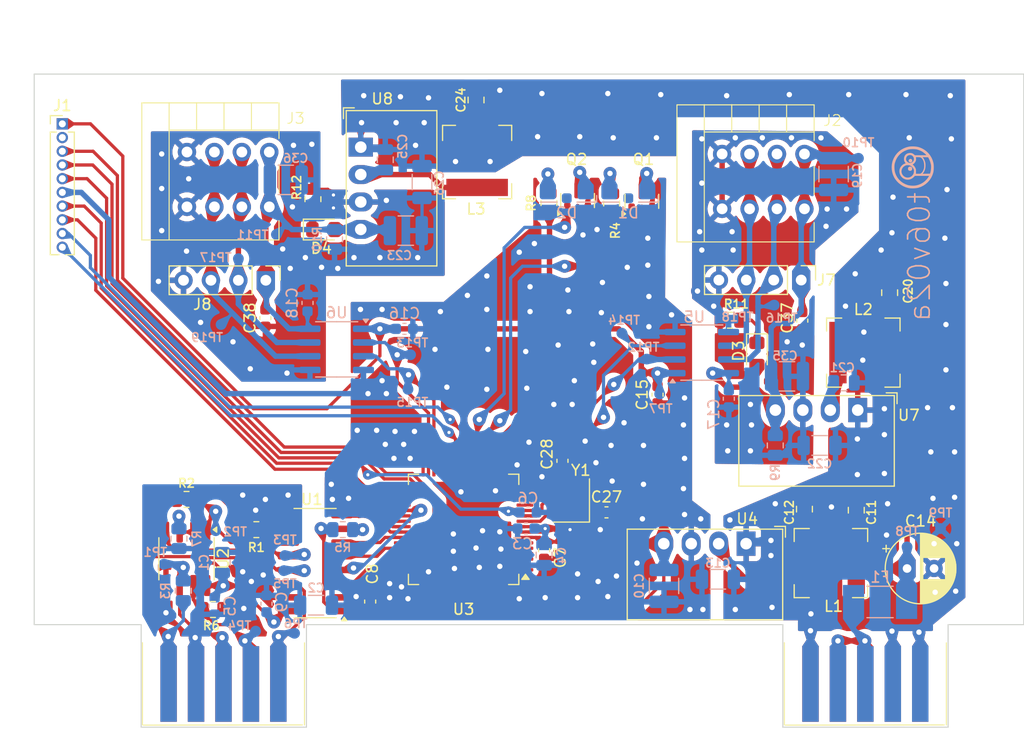
<source format=kicad_pcb>
(kicad_pcb (version 20240108) (generator "pcbnew") (generator_version "8.0")
  (layers (0 "F.Cu" signal) (31 "B.Cu" signal) (34 "B.Paste" user) (35 "F.Paste" user) (36 "B.SilkS" user "B.Silkscreen") (37 "F.SilkS" user "F.Silkscreen") (38 "B.Mask" user) (39 "F.Mask" user) (44 "Edge.Cuts" user))
  (net 0 "")
  (net 1 "/+3.3VRS485")
  (net 2 "GND1")
  (net 3 "GNDD")
  (net 4 "+3V3")
  (net 5 "/NRST")
  (net 6 "GNDA")
  (net 7 "+24V")
  (net 8 "Net-(U4-IN+)")
  (net 9 "/Vcc_1")
  (net 10 "/GND_1")
  (net 11 "/Vcc_2")
  (net 12 "/GND_2")
  (net 13 "Net-(U7-IN+)")
  (net 14 "Net-(U8-IN+)")
  (net 15 "Net-(D1-K)")
  (net 16 "Net-(D1-A)")
  (net 17 "Net-(D2-K)")
  (net 18 "Net-(D2-A)")
  (net 19 "Net-(D3-K)")
  (net 20 "Net-(D4-K)")
  (net 21 "Net-(RS2-Pin_2)")
  (net 22 "/SWDIO")
  (net 23 "/SWCLK")
  (net 24 "/GPIO1")
  (net 25 "/GPIO2")
  (net 26 "/RX_1")
  (net 27 "/TX_1")
  (net 28 "/RX_2")
  (net 29 "/TX_2")
  (net 30 "Net-(Q1-B)")
  (net 31 "Net-(Q2-B)")
  (net 32 "Net-(U1-VE2)")
  (net 33 "Net-(U1-VID)")
  (net 34 "Net-(RS1-Pin_3)")
  (net 35 "Net-(U1-VE1)")
  (net 36 "Net-(RS1-Pin_4)")
  (net 37 "Net-(U1-VOC)")
  (net 38 "/RTS")
  (net 39 "Net-(U1-VOB)")
  (net 40 "/RTS_cont")
  (net 41 "/TX_USART_1")
  (net 42 "/DE_USART_1")
  (net 43 "/RX_USART_1")
  (net 50 "/OSC_IN")
  (net 51 "/OSC_OUT")
  (net 58 "/TX_USART_OUT1")
  (net 59 "/RX_USART_OUT1")
  (net 65 "/TX_USART_OUT2")
  (net 66 "/RX_USART_OUT2")
  (net 74 "/UART_TX")
  (net 75 "/UART_RX")
  (footprint "MountingHole:MountingHole_3.2mm_M3" (layer "F.Cu") (at 69 114.5)
    (property "Reference" "H1" (hide yes))
    (property "Value" "MountingHole")
  )
  (footprint "Resistor_SMD:R_0805_2012Metric" (layer "F.Cu") (at 112.65 101.45 90)
    (property "Reference" "R8")
    (property "Value" "0805-150 Ом±5%-0,125 Вт")
  )
  (footprint "Package_TO_SOT_SMD:SOT-23" (layer "F.Cu") (at 121.25 101.2875 90)
    (property "Reference" "Q1")
    (property "Value" "DTC114ECA (SOT-23)")
  )
  (footprint "Capacitor_SMD:C_0603_1608Metric" (layer "F.Cu") (at 86.4 112.1 90)
    (property "Reference" "C38")
    (property "Value" "0,1uF 100V 0603")
  )
  (footprint "Capacitor_SMD:C_0805_2012Metric" (layer "F.Cu") (at 136.3 129.8 90)
    (property "Reference" "C12")
    (property "Value" "4,7uF 50V 0805")
  )
  (footprint "LED_SMD:LED_0805_2012Metric_Pad1.15x1.40mm_HandSolder" (layer "F.Cu") (at 91.775 103.9)
    (property "Reference" "D4")
    (property "Value" "LED 0805 (LTST-C170KGKT)")
  )
  (footprint "Capacitor_THT:CP_Radial_D6.3mm_P2.50mm" (layer "F.Cu") (at 145.8 135.3)
    (property "Reference" "C14")
    (property "Value" "47uF 63V D6.3 H11")
  )
  (footprint "Connector:DG141R-04" (layer "F.Cu") (at 91.459 99.767 -90)
    (property "Reference" "J3")
    (property "Value" "DG141R-04")
  )
  (footprint "Converter_DCDC:Converter_DCDC_Murata_MEE3SxxxxSC_THT" (layer "F.Cu") (at 130.9 133 -90)
    (property "Reference" "U4")
    (property "Value" "AM1SS-2403SJZ")
  )
  (footprint "Connector:Edge_Conn_KLS1-603-10" (layer "F.Cu") (at 141.94 142.19)
    (property "Reference" "RS2" (hide yes))
    (property "Value" "SL-10 (L-KLS1-603C-10-S)")
  )
  (footprint "Connector_PinHeader_2.54mm:PinHeader_1x04_P2.54mm_Vertical" (layer "F.Cu") (at 86.44 108.6 -90)
    (property "Reference" "J8")
    (property "Value" "Usart_debbag (PinHeader_1x04_P2.54mm)")
  )
  (footprint "Connector_PinHeader_2.54mm:PinHeader_1x04_P2.54mm_Vertical" (layer "F.Cu") (at 136 108.58 -90)
    (property "Reference" "J7")
    (property "Value" "Usart_debbag (PinHeader_1x04_P2.54mm)")
  )
  (footprint "Inductor_SMD:L_Bourns-SRN6028" (layer "F.Cu") (at 106 97.65 -90)
    (property "Reference" "L3")
    (property "Value" "6,8uH 3,5A ETQP3M6R8KVP")
  )
  (footprint "Connector_PinHeader_1.27mm:PinHeader_1x10_P1.27mm_Vertical" (layer "F.Cu") (at 67.6 94.11)
    (property "Reference" "J1")
    (property "Value" "PLL-10 (Prog)")
  )
  (footprint "Package_SO:SOIC-8_3.9x4.9mm_P1.27mm" (layer "F.Cu") (at 79.1 134.4 -90)
    (property "Reference" "U2")
    (property "Value" "ADM3485EARZ-REEL (SOIC-8)")
  )
  (footprint "Package_TO_SOT_SMD:SOT-23" (layer "F.Cu") (at 115.3 101.2125 90)
    (property "Reference" "Q2")
    (property "Value" "DTC114ECA (SOT-23)")
  )
  (footprint "Capacitor_SMD:C_0603_1608Metric" (layer "F.Cu") (at 117.975 130.1)
    (property "Reference" "C27")
    (property "Value" "20pF 50V 0603")
  )
  (footprint "Connector:DG141R-04" (layer "F.Cu") (at 140.999 99.949 -90)
    (property "Reference" "J2")
    (property "Value" "DG141R-04")
  )
  (footprint "Resistor_SMD:R_0805_2012Metric" (layer "F.Cu") (at 118.45 101.4875 -90)
    (property "Reference" "R4")
    (property "Value" "0805-150 Ом±5%-0,125 Вт")
  )
  (footprint "Capacitor_SMD:C_0603_1608Metric" (layer "F.Cu") (at 96.1 138.3625 -90)
    (property "Reference" "C8")
    (property "Value" "0,1uF 100V 0603")
  )
  (footprint "MountingHole:MountingHole_3.2mm_M3" (layer "F.Cu") (at 69 134.5)
    (property "Reference" "H2" (hide yes))
    (property "Value" "MountingHole")
  )
  (footprint "Connector:Edge_Conn_KLS1-603-10" (layer "F.Cu") (at 82.52 142.19)
    (property "Reference" "RS1" (hide yes))
    (property "Value" "SL-10 (L-KLS1-603C-10-S)")
  )
  (footprint "Crystal:Crystal_SMD_3225-4Pin_3.2x2.5mm" (layer "F.Cu") (at 114.75 129 90)
    (property "Reference" "Y1")
    (property "Value" "Crystal_3225 8MHz")
  )
  (footprint "Capacitor_SMD:C_0805_2012Metric" (layer "F.Cu") (at 141.1 129.9 90)
    (property "Reference" "C11")
    (property "Value" "4,7uF 50V 0805")
  )
  (footprint "Resistor_SMD:R_0805_2012Metric" (layer "F.Cu") (at 129.4 112.3)
    (property "Reference" "R11")
    (property "Value" "0805-75 Ом±5%-0,125 Вт")
  )
  (footprint "Inductor_SMD:L_Bourns-SRN6028" (layer "F.Cu") (at 138.75 134.8 180)
    (property "Reference" "L1")
    (property "Value" "6,8uH 3,5A ETQP3M6R8KVP")
  )
  (footprint "Capacitor_SMD:C_0805_2012Metric" (layer "F.Cu") (at 144.1875 109.749 90)
    (property "Reference" "C20")
    (property "Value" "4,7uF 50V 0805")
  )
  (footprint "Capacitor_SMD:C_0603_1608Metric" (layer "F.Cu") (at 136.1 112.3375 90)
    (property "Reference" "C37")
    (property "Value" "0,1uF 100V 0603")
  )
  (footprint "Capacitor_SMD:C_0805_2012Metric" (layer "F.Cu") (at 105.9 91.9 90)
    (property "Reference" "C24")
    (property "Value" "4,7uF 50V 0805")
  )
  (footprint "Resistor_SMD:R_0805_2012Metric" (layer "F.Cu") (at 79.1 128.9 180)
    (property "Reference" "R2")
    (property "Value" "0805-10 кОм±5%-0,125 Вт")
  )
  (footprint "Package_QFP:LQFP-64_10x10mm_P0.5mm" (layer "F.Cu") (at 104.75 131.675 180)
    (property "Reference" "U3")
    (property "Value" "STM32G070RBTx (LQFP-64)")
  )
  (footprint "Resistor_SMD:R_0805_2012Metric" (layer "F.Cu") (at 85.5625 131.7 180)
    (property "Reference" "R1")
    (property "Value" "0805-4,7 кОм±5%-0,125 Вт")
  )
  (footprint "LED_SMD:LED_0805_2012Metric_Pad1.15x1.40mm_HandSolder" (layer "F.Cu") (at 131.9 115.425 -90)
    (property "Reference" "D3")
    (property "Value" "LED 0805 (LTST-C170KGKT)")
  )
  (footprint "Resistor_SMD:R_0805_2012Metric" (layer "F.Cu") (at 81.549293 139.099293 180)
    (property "Reference" "R6")
    (property "Value" "0805-560 Ом±5%-0,125 Вт")
  )
  (footprint "Package_SO:SOIC-16_3.9x9.9mm_P1.27mm" (layer "F.Cu") (at 91 134.8 180)
    (property "Reference" "U1")
    (property "Value" "PAI141M30 (SOIC-16)")
  )
  (footprint "Capacitor_SMD:C_0603_1608Metric" (layer "F.Cu") (at 122.7 119.2 90)
    (property "Reference" "C15")
    (property "Value" "0,1uF 100V 0603")
  )
  (footprint "Converter_DCDC:Converter_DCDC_Murata_MEE3SxxxxSC_THT" (layer "F.Cu") (at 95.2275 96.2675)
    (property "Reference" "U8")
    (property "Value" "AM1SS-2403SJZ")
  )
  (footprint "Capacitor_SMD:C_0603_1608Metric" (layer "F.Cu") (at 112.2 133.6 -90)
    (property "Reference" "C7")
    (property "Value" "0,1uF 100V 0603")
  )
  (footprint "Converter_DCDC:Converter_DCDC_Murata_MEE3SxxxxSC_THT" (layer "F.Cu") (at 141.2325 120.6275 -90)
    (property "Reference" "U7")
    (property "Value" "AM1SS-2403SJZ")
  )
  (footprint "Inductor_SMD:L_Bourns-SRN6028" (layer "F.Cu") (at 141.75 115.3 180)
    (property "Reference" "L2")
    (property "Value" "6,8uH 3,5A ETQP3M6R8KVP")
  )
  (footprint "Capacitor_SMD:C_0603_1608Metric" (layer "F.Cu") (at 113.9 125.325 90)
    (property "Reference" "C28")
    (property "Value" "20pF 50V 0603")
  )
  (footprint "Resistor_SMD:R_0805_2012Metric" (layer "F.Cu") (at 90.8 101.0875 -90)
    (property "Reference" "R12")
    (property "Value" "0805-75 Ом±5%-0,125 Вт")
  )
  (footprint "TestPoint:TestPoint_Pad_D1.0mm" (layer "B.Cu") (at 141.3 97.3 180)
    (property "Reference" "TP10")
    (property "Value" "TestPoint")
  )
  (footprint "TestPoint:TestPoint_Pad_D1.0mm" (layer "B.Cu") (at 148.9 131.6 180)
    (property "Reference" "TP9")
    (property "Value" "TestPoint")
  )
  (footprint "TestPoint:TestPoint_Pad_D1.0mm" (layer "B.Cu") (at 83.9 106.6 180)
    (property "Reference" "TP17")
    (property "Value" "TestPoint")
  )
  (footprint "Package_SO:SOIC-8_3.9x4.9mm_P1.27mm" (layer "B.Cu") (at 126.8 115.3)
    (property "Reference" "U5")
    (property "Value" "PAI122E30 (SOIC-8)")
  )
  (footprint "TestPoint:TestPoint_Pad_D1.0mm" (layer "B.Cu") (at 121.7 115.9 180)
    (property "Reference" "TP12")
    (property "Value" "TestPoint")
  )
  (footprint "Capacitor_SMD:C_0603_1608Metric" (layer "B.Cu") (at 110.725 130.1)
    (property "Reference" "C6")
    (property "Value" "0,1uF 100V 0603")
  )
  (footprint "TestPoint:TestPoint_Pad_D1.0mm" (layer "B.Cu") (at 77 134.9 180)
    (property "Reference" "TP1")
    (property "Value" "TestPoint")
  )
  (footprint "Capacitor_SMD:C_0805_2012Metric" (layer "B.Cu") (at 112.2 134.05 -90)
    (property "Reference" "C4")
    (property "Value" "4,7uF 50V 0805")
  )
  (footprint "Capacitor_SMD:C_1206_3216Metric" (layer "B.Cu") (at 128.2875 136.3 180)
    (property "Reference" "C13")
    (property "Value" "270 pF X7R 1206 2000v 202R18W271KW4E")
  )
  (footprint "TestPoint:TestPoint_Pad_D1.0mm" (layer "B.Cu") (at 87.42 104.36 180)
    (property "Reference" "TP11")
    (property "Value" "TestPoint")
  )
  (footprint "TestPoint:TestPoint_Pad_D1.0mm" (layer "B.Cu") (at 145.8 133.3 180)
    (property "Reference" "TP8")
    (property "Value" "TestPoint")
  )
  (footprint "Capacitor_SMD:C_0805_2012Metric" (layer "B.Cu") (at 139.9625 118.1)
    (property "Reference" "C21")
    (property "Value" "4,7uF 50V 0805")
  )
  (footprint "Capacitor_SMD:C_1210_3225Metric" (layer "B.Cu") (at 139 98.7625 -90)
    (property "Reference" "C19")
    (property "Value" "10uF 50V 1210 GRM32ER71H106K")
  )
  (footprint "TestPoint:TestPoint_Pad_D1.0mm" (layer "B.Cu") (at 119.4 113.5 180)
    (property "Reference" "TP14")
    (property "Value" "TestPoint")
  )
  (footprint "Package_SO:SOIC-8_3.9x4.9mm_P1.27mm" (layer "B.Cu") (at 93 115 180)
    (property "Reference" "U6")
    (property "Value" "PAI122E30 (SOIC-8)")
  )
  (footprint "Capacitor_SMD:C_0603_1608Metric" (layer "B.Cu") (at 110.525 131.6 180)
    (property "Reference" "C3")
    (property "Value" "0,1uF 100V 0603" (hide yes))
  )
  (footprint "Capacitor_SMD:C_0603_1608Metric" (layer "B.Cu") (at 129.3 119.575 90)
    (property "Reference" "C17")
    (property "Value" "0,1uF 100V 0603")
  )
  (footprint "Capacitor_SMD:C_1210_3225Metric" (layer "B.Cu") (at 123.3 136.9125 -90)
    (property "Reference" "C10")
    (property "Value" "10uF 50V 1210 GRM32ER71H106K")
  )
  (footprint "Capacitor_SMD:C_0603_1608Metric" (layer "B.Cu") (at 99.275 113.1 180)
    (property "Reference" "C16")
    (property "Value" "0,1uF 100V 0603")
  )
  (footprint "TestPoint:TestPoint_Pad_D1.0mm" (layer "B.Cu") (at 89.1 141.3 180)
    (property "Reference" "TP6")
    (property "Value" "TestPoint")
  )
  (footprint "Capacitor_SMD:C_1206_3216Metric" (layer "B.Cu") (at 137.7 123.9 180)
    (property "Reference" "C22")
    (property "Value" "270 pF X7R 1206 2000v 202R18W271KW4E")
  )
  (footprint "Resistor_SMD:R_0805_2012Metric" (layer "B.Cu") (at 78.8 137.3625 -90)
    (property "Reference" "R3")
    (property "Value" "0805-560 Ом±5%-0,125 Вт")
  )
  (footprint "Capacitor_SMD:C_1210_3225Metric" (layer "B.Cu") (at 99.4 104)
    (property "Reference" "C23")
    (property "Value" "10uF 50V 1210 GRM32ER71H106K")
  )
  (footprint "Capacitor_SMD:C_1210_3225Metric" (layer "B.Cu") (at 88.2875 99.3)
    (property "Reference" "C36")
    (property "Value" "10uF 50V 1210 GRM32ER71H106K")
  )
  (footprint "TestPoint:TestPoint_Pad_D1.0mm" (layer "B.Cu") (at 129.5 110.8 180)
    (property "Reference" "TP18")
    (property "Value" "TestPoint")
  )
  (footprint "TestPoint:TestPoint_Pad_D1.0mm" (layer "B.Cu") (at 82.3 112.7 180)
    (property "Reference" "TP19")
    (property "Value" "TestPoint")
  )
  (footprint "Capacitor_SMD:C_0805_2012Metric" (layer "B.Cu") (at 82.4 134.75 -90)
    (property "Reference" "C1")
    (property "Value" "1uF 100V 0805")
  )
  (footprint "Capacitor_SMD:C_0603_1608Metric" (layer "B.Cu") (at 86.5 138.5625 -90)
    (property "Reference" "C9")
    (property "Value" "0,1uF 100V 0603")
  )
  (footprint "Resistor_SMD:R_0805_2012Metric" (layer "B.Cu") (at 133.6 123.9 90)
    (property "Reference" "R9")
    (property "Value" "0805-160 Ом±5%-0,125 Вт")
  )
  (footprint "Resistor_SMD:R_0805_2012Metric" (layer "B.Cu") (at 93.5625 131.7)
    (property "Reference" "R5")
    (property "Value" "0805-4,7 кОм±5%-0,125 Вт")
  )
  (footprint "Resistor_SMD:R_0805_2012Metric" (layer "B.Cu") (at 78.4 132.5375 90)
    (property "Reference" "R7")
    (property "Value" "0805-10 кОм±5%-0,125 Вт")
  )
  (footprint "Capacitor_SMD:C_0805_2012Metric" (layer "B.Cu") (at 97.5 97.4375 90)
    (property "Reference" "C25")
    (property "Value" "4,7uF 50V 0805")
  )
  (footprint "TestPoint:TestPoint_Pad_D1.0mm" (layer "B.Cu") (at 122.9 119.13 180)
    (property "Reference" "TP7")
    (property "Value" "TestPoint")
  )
  (footprint "Capacitor_SMD:C_0603_1608Metric" (layer "B.Cu") (at 81.7 138.775 90)
    (property "Reference" "C5")
    (property "Value" "0,1uF 100V 0603")
  )
  (footprint "Capacitor_SMD:C_1206_3216Metric" (layer "B.Cu") (at 100.9 99.5 -90)
    (property "Reference" "C26")
    (property "Value" "270 pF X7R 1206 2000v 202R18W271KW4E")
  )
  (footprint "TestPoint:TestPoint_Pad_D1.0mm" (layer "B.Cu") (at 99.84 115.5 180)
    (property "Reference" "TP13")
    (property "Value" "TestPoint")
  )
  (footprint "Capacitor_SMD:C_0603_1608Metric" (layer "B.Cu") (at 90.3 110.7 -90)
    (property "Reference" "C18")
    (property "Value" "0,1uF 100V 0603")
  )
  (footprint "Symbol:PB_LOGO" (layer "B.Cu") (at 146.1 98 -90)
    (property "Reference" "G***" (hide yes))
    (property "Value" "LOGO" (hide yes))
  )
  (footprint "Resistor_SMD:R_0805_2012Metric" (layer "B.Cu") (at 92.8 104.8125 90)
    (property "Reference" "R10")
    (property "Value" "0805-160 Ом±5%-0,125 Вт")
  )
  (footprint "Capacitor_SMD:C_1210_3225Metric" (layer "B.Cu") (at 134.6875 117.5)
    (property "Reference" "C35")
    (property "Value" "10uF 50V 1210 GRM32ER71H106K")
  )
  (footprint "TestPoint:TestPoint_Pad_D1.0mm" (layer "B.Cu") (at 88.2 134.1 180)
    (property "Reference" "TP3")
    (property "Value" "TestPoint")
  )
  (footprint "TestPoint:TestPoint_Pad_D1.0mm" (layer "B.Cu") (at 81.8 131.8 180)
    (property "Reference" "TP2")
    (property "Value" "TestPoint")
  )
  (footprint "Fuse:Fuse_Littelfuse-NANO2-451_453" (layer "B.Cu") (at 143.3 138.4)
    (property "Reference" "F1")
    (property "Value" "0452.500MRL")
  )
  (footprint "TestPoint:TestPoint_Pad_D1.0mm" (layer "B.Cu") (at 133.5 110.9 180)
    (property "Reference" "TP16")
    (property "Value" "TestPoint")
  )
  (footprint "LED_SMD:LED_Kingbright_KPA-3010_3x2x1mm" (layer "B.Cu") (at 120 99.85 180)
    (property "Reference" "D1")
    (property "Value" "KPA-3010CGCK")
  )
  (footprint "Capacitor_SMD:C_1206_3216Metric" (layer "B.Cu") (at 91.0875 138.7)
    (property "Reference" "C2")
    (property "Value" "270 pF X7R 1206 2000v 202R18W271KW4E")
  )
  (footprint "TestPoint:TestPoint_Pad_D1.0mm" (layer "B.Cu") (at 88.1 135.5 180)
    (property "Reference" "TP5")
    (property "Value" "TestPoint")
  )
  (footprint "LED_SMD:LED_Kingbright_KPA-3010_3x2x1mm" (layer "B.Cu") (at 114.3 99.85 180)
    (property "Reference" "D2")
    (property "Value" "KPA-3010CGCK")
  )
  (footprint "TestPoint:TestPoint_Pad_D1.0mm" (layer "B.Cu") (at 85.5 141.1 180)
    (property "Reference" "TP4")
    (property "Value" "TestPoint")
  )
  (footprint "TestPoint:TestPoint_Pad_D1.0mm" (layer "B.Cu") (at 99.6 118.7 180)
    (property "Reference" "TP15")
    (property "Value" "TestPoint")
  )
  (gr_line (start 74.9 140.5) (end 65 140.5) (stroke (width 0.1)) (layer "Edge.Cuts"))
  (gr_line (start 74.9 150) (end 90.2 150) (stroke (width 0.1)) (layer "Edge.Cuts"))
  (gr_line (start 156.6 89.5) (end 65 89.5) (stroke (width 0.1)) (layer "Edge.Cuts"))
  (gr_line (start 65 140.5) (end 65 89.5) (stroke (width 0.1)) (layer "Edge.Cuts"))
  (gr_line (start 134.3 150) (end 149.6 150) (stroke (width 0.1)) (layer "Edge.Cuts"))
  (gr_line (start 134.3 140.5) (end 134.3 150) (stroke (width 0.1)) (layer "Edge.Cuts"))
  (gr_line (start 149.6 150) (end 149.6 140.5) (stroke (width 0.1)) (layer "Edge.Cuts"))
  (gr_line (start 149.6 140.5) (end 156.6 140.5) (stroke (width 0.1)) (layer "Edge.Cuts"))
  (gr_line (start 74.9 150) (end 74.9 140.5) (stroke (width 0.1)) (layer "Edge.Cuts"))
  (gr_line (start 156.6 140.5) (end 156.6 89.5) (stroke (width 0.1)) (layer "Edge.Cuts"))
  (gr_line (start 90.2 150) (end 90.2 140.5) (stroke (width 0.1)) (layer "Edge.Cuts"))
  (gr_line (start 90.2 140.5) (end 134.3 140.5) (stroke (width 0.1)) (layer "Edge.Cuts"))
  (gr_text "t06v02a" (at 148.1 100.3 90) (layer "B.SilkS") (effects (font (size 2 2)) (justify left bottom mirror)))
  (segment (start 77.44 141.64) (end 77.44 146) (width 0.3) (layer "F.Cu") (net 1))
  (segment (start 79.2375 127.85) (end 81.35 127.85) (width 0.3) (layer "F.Cu") (net 1))
  (segment (start 83.826372 136.9) (end 82.5 136.9) (width 0.3) (layer "F.Cu") (net 1))
  (segment (start 82.5 136.9) (end 81.03 136.9) (width 0.3) (layer "F.Cu") (net 1))
  (segment (start 75.8 134.6) (end 75.8 134.5) (width 0.3) (layer "F.Cu") (net 1))
  (segment (start 81.03 136.9) (end 81.005 136.875) (width 0.3) (layer "F.Cu") (net 1))
  (segment (start 75.8 133.8) (end 75.8 133.9) (width 0.3) (layer "F.Cu") (net 1))
  (segment (start 81.7 134.8) (end 82.5 135.6) (width 0.3) (layer "F.Cu") (net 1))
  (segment (start 81.35 127.85) (end 84.625 131.125) (width 0.3) (layer "F.Cu") (net 1))
  (segment (start 82.5 135.6) (end 82.5 136.9) (width 0.3) (layer "F.Cu") (net 1))
  (segment (start 76.1 134.2) (end 79.892894 134.2) (width 0.3) (layer "F.Cu") (net 1))
  (segment (start 84.625 131.125) (end 84.625 131.7) (width 0.3) (layer "F.Cu") (net 1))
  (segment (start 78.1875 128.9) (end 79.2375 127.85) (width 0.3) (layer "F.Cu") (net 1))
  (segment (start 75.8 133.9) (end 76.1 134.2) (width 0.3) (layer "F.Cu") (net 1))
  (segment (start 82.475 136.875) (end 81.005 136.875) (width 0.3) (layer "F.Cu") (net 1))
  (segment (start 75.8 140) (end 75.8 134.6) (width 0.3) (layer "F.Cu") (net 1))
  (segment (start 88.205186 139.245) (end 88.525 139.245) (width 0.3) (layer "F.Cu") (net 1))
  (segment (start 87.188279 140.261907) (end 88.205186 139.245) (width 0.3) (layer "F.Cu") (net 1))
  (segment (start 77.4 141.6) (end 75.8 140) (width 0.3) (layer "F.Cu") (net 1))
  (segment (start 75.8 129.8) (end 75.8 133.8) (width 0.3) (layer "F.Cu") (net 1))
  (segment (start 79.892894 134.2) (end 80.492894 134.8) (width 0.3) (layer "F.Cu") (net 1))
  (segment (start 82.5 136.9) (end 82.475 136.875) (width 0.3) (layer "F.Cu") (net 1))
  (segment (start 77.4 141.6) (end 77.44 141.64) (width 0.3) (layer "F.Cu") (net 1))
  (segment (start 80.492894 134.8) (end 81.7 134.8) (width 0.3) (layer "F.Cu") (net 1))
  (segment (start 75.8 133.8) (end 75.8 134.6) (width 0.3) (layer "F.Cu") (net 1))
  (segment (start 78.1875 128.9) (end 76.7 128.9) (width 0.3) (layer "F.Cu") (net 1))
  (segment (start 87.188279 140.261907) (end 83.826372 136.9) (width 0.3) (layer "F.Cu") (net 1))
  (segment (start 76.7 128.9) (end 75.8 129.8) (width 0.3) (layer "F.Cu") (net 1))
  (segment (start 75.8 134.5) (end 76.1 134.2) (width 0.3) (layer "F.Cu") (net 1))
  (via (at 82.5 136.9) (size 1.2) (drill 0.5) (layers "F.Cu" "B.Cu") (net 1))
  (via (at 77.4 141.6) (size 1.2) (drill 0.5) (layers "F.Cu" "B.Cu") (net 1))
  (via (at 87.188279 140.261907) (size 1.2) (drill 0.5) (layers "F.Cu" "B.Cu") (net 1))
  (segment (start 82.5 136.9) (end 81.7 137.7) (width 0.3) (layer "B.Cu") (net 1))
  (segment (start 77.44 141.64) (end 77.44 146) (width 0.3) (layer "B.Cu") (net 1))
  (segment (start 82.5 135.8) (end 82.4 135.7) (width 0.3) (layer "B.Cu") (net 1))
  (segment (start 77.4 141.6) (end 77.44 141.64) (width 0.3) (layer "B.Cu") (net 1))
  (segment (start 81.5885 138) (end 81.7 137.8885) (width 0.3) (layer "B.Cu") (net 1))
  (segment (start 77.4 141.528249) (end 78.8 140.128249) (width 0.3) (layer "B.Cu") (net 1))
  (segment (start 87.188279 140.261907) (end 86.526372 139.6) (width 0.3) (layer "B.Cu") (net 1))
  (segment (start 81.7 137.7) (end 81.7 138) (width 0.3) (layer "B.Cu") (net 1))
  (segment (start 78.8 140.128249) (end 78.8 138.275) (width 0.3) (layer "B.Cu") (net 1))
  (segment (start 86.526372 139.6) (end 86.5 139.6) (width 0.3) (layer "B.Cu") (net 1))
  (segment (start 77.4 141.6) (end 77.4 141.528249) (width 0.3) (layer "B.Cu") (net 1))
  (segment (start 82.5 136.9) (end 82.5 135.8) (width 0.3) (layer "B.Cu") (net 1))
  (segment (start 77.195 139.4) (end 77.195 136.875) (width 0.5) (layer "F.Cu") (net 2))
  (segment (start 86.775 137.975) (end 86.2 137.4) (width 0.5) (layer "F.Cu") (net 2))
  (segment (start 88.525 128.525) (end 88.525 130.355) (width 0.5) (layer "F.Cu") (net 2))
  (segment (start 79.9 145.92) (end 79.98 146) (width 0.5) (layer "F.Cu") (net 2))
  (segment (start 88.525 137.975) (end 86.775 137.975) (width 0.5) (layer "F.Cu") (net 2))
  (segment (start 79.9 141.7) (end 79.9 145.92) (width 0.5) (layer "F.Cu") (net 2))
  (segment (start 84.300707 139.099293) (end 82.461793 139.099293) (width 0.5) (layer "F.Cu") (net 2))
  (segment (start 88.5 128.5) (end 88.525 128.525) (width 0.5) (layer "F.Cu") (net 2))
  (segment (start 86.2 137.4) (end 86.2 135.9) (width 0.5) (layer "F.Cu") (net 2))
  (segment (start 84.4 139) (end 84.300707 139.099293) (width 0.5) (layer "F.Cu") (net 2))
  (segment (start 86.4 128.9) (end 86.4 129.8) (width 0.3) (layer "F.Cu") (net 2))
  (segment (start 86.4 129.8) (end 86.955 130.355) (width 0.3) (layer "F.Cu") (net 2))
  (segment (start 86.955 130.355) (end 88.525 130.355) (width 0.3) (layer "F.Cu") (net 2))
  (via (at 85.1 136.5) (size 1.2) (drill 0.5) (layers "F.Cu" "B.Cu") (net 2))
  (via (at 85.5 129.9) (size 1.2) (drill 0.5) (layers "F.Cu" "B.Cu") (net 2))
  (via (at 84.3 128.5) (size 1.2) (drill 0.5) (layers "F.Cu" "B.Cu") (net 2))
  (via (at 86.4 128.9) (size 1.2) (drill 0.5) (layers "F.Cu" "B.Cu") (net 2))
  (via (at 84.4 139) (size 1.2) (drill 0.5) (layers "F.Cu" "B.Cu") (net 2))
  (via (at 84.3 135.6) (size 1.2) (drill 0.5) (layers "F.Cu" "B.Cu") (net 2))
  (via (at 88.5 128.5) (size 1.2) (drill 0.5) (layers "F.Cu" "B.Cu") (net 2))
  (via (at 79.9 141.7) (size 1.2) (drill 0.5) (layers "F.Cu" "B.Cu") (net 2))
  (via (at 77.195 139.4) (size 1.2) (drill 0.5) (layers "F.Cu" "B.Cu") (net 2))
  (via (at 86.2 135.9) (size 1.2) (drill 0.5) (layers "F.Cu" "B.Cu") (net 2))
  (segment (start 79.9 140.3) (end 80.65 139.55) (width 0.5) (layer "B.Cu") (net 2))
  (segment (start 79.9 141.7) (end 79.9 140.3) (width 0.5) (layer "B.Cu") (net 2))
  (segment (start 79.9 145.92) (end 79.98 146) (width 0.5) (layer "B.Cu") (net 2))
  (segment (start 86.5 136.2) (end 86.2 135.9) (width 0.5) (layer "B.Cu") (net 2))
  (segment (start 79.9 141.7) (end 79.9 145.92) (width 0.5) (layer "B.Cu") (net 2))
  (segment (start 80.65 139.55) (end 81.7 139.55) (width 0.5) (layer "B.Cu") (net 2))
  (segment (start 95.525 137.9) (end 96.1 137.325) (width 0.3) (layer "F.Cu") (net 3))
  (segment (start 114.6 130.8) (end 113.9 130.1) (width 0.3) (layer "F.Cu") (net 3))
  (segment (start 93.55 137.9) (end 93.475 137.975) (width 0.3) (layer "F.Cu") (net 3))
  (segment (start 94.8 137.9) (end 93.55 137.9) (width 0.3) (layer "F.Cu") (net 3))
  (segment (start 110.425 131.425) (end 108.575 131.425) (width 0.3) (layer "F.Cu") (net 3))
  (segment (start 114.6 131.7) (end 114.6 130.8) (width 0.3) (layer "F.Cu") (net 3))
  (segment (start 94.8 137.9) (end 95.525 137.9) (width 0.3) (layer "F.Cu") (net 3))
  (segment (start 108.575 131.425) (end 108.1 131.9) (width 0.3) (layer "F.Cu") (net 3))
  (via (at 103.8 132.1) (size 1.2) (drill 0.5) (layers "F.Cu" "B.Cu") (net 3))
  (via (at 125.2 130.3) (size 1.2) (drill 0.5) (layers "F.Cu" "B.Cu") (net 3))
  (via (at 117.5 111.6) (size 1.2) (drill 0.5) (layers "F.Cu" "B.Cu") (net 3))
  (via (at 117.6 108.8) (size 1.2) (drill 0.5) (layers "F.Cu" "B.Cu") (net 3))
  (via (at 99.6 138.1) (size 1.2) (drill 0.5) (layers "F.Cu" "B.Cu") (net 3))
  (via (at 97.9 136.7) (size 1.2) (drill 0.5) (layers "F.Cu" "B.Cu") (net 3))
  (via (at 117.1 103.9) (size 1.2) (drill 0.5) (layers "F.Cu" "B.Cu") (net 3))
  (via (at 115.3 138) (size 1.2) (drill 0.5) (layers "F.Cu" "B.Cu") (net 3))
  (via (at 110.8 123.6) (size 1.2) (drill 0.5) (layers "F.Cu" "B.Cu") (net 3))
  (via (at 97.6 119.1) (size 1.2) (drill 0.5) (layers "F.Cu" "B.Cu") (net 3))
  (via (at 94.8 137.9) (size 1.2) (drill 0.5) (layers "F.Cu" "B.Cu") (net 3))
  (via (at 106.5 131.8) (size 1.2) (drill 0.5) (layers "F.Cu" "B.Cu") (net 3))
  (via (at 98.3 125.1) (size 1.2) (drill 0.5) (layers "F.Cu" "B.Cu") (net 3))
  (via (at 119.6 121.8) (size 1.2) (drill 0.5) (layers "F.Cu" "B.Cu") (net 3))
  (via (at 99.2 123.8) (size 1.2) (drill 0.5) (layers "F.Cu" "B.Cu") (net 3))
  (via (at 94.9 122.5) (size 1.2) (drill 0.5) (layers "F.Cu" "B.Cu") (net 3))
  (via (at 115.8 104.4) (size 1.2) (drill 0.5) (layers "F.Cu" "B.Cu") (net 3))
  (via (at 110.9 109.2) (size 1.2) (drill 0.5) (layers "F.Cu" "B.Cu") (net 3))
  (via (at 103.2 118.5) (size 1.2) (drill 0.5) (layers "F.Cu" "B.Cu") (net 3))
  (via (at 115 117.9) (size 1.2) (drill 0.5) (layers "F.Cu" "B.Cu") (net 3))
  (via (at 96.7 122.5) (size 1.2) (drill 0.5) (layers "F.Cu" "B.Cu") (net 3))
  (via (at 118.1 137.9) (size 1.2) (drill 0.5) (layers "F.Cu" "B.Cu") (net 3))
  (via (at 126.9 139.1) (size 1.2) (drill 0.5) (layers "F.Cu" "B.Cu") (net 3))
  (via (at 97.9 138) (size 1.2) (drill 0.5) (layers "F.Cu" "B.Cu") (net 3))
  (via (at 112.3 138) (size 1.2) (drill 0.5) (layers "F.Cu" "B.Cu") (net 3))
  (via (at 114.4 109.5) (size 1.2) (drill 0.5) (layers "F.Cu" "B.Cu") (net 3))
  (via (at 98.4 122.6) (size 1.2) (drill 0.5) (layers "F.Cu" "B.Cu") (net 3))
  (via (at 121.3 130.7) (size 1.2) (drill 0.5) (layers "F.Cu" "B.Cu") (net 3))
  (via (at 113.1 120.1) (size 1.2) (drill 0.5) (layers "F.Cu" "B.Cu") (net 3))
  (via (at 112 126.8) (size 1.2) (drill 0.5) (layers "F.Cu" "B.Cu") (net 3))
  (via (at 125.7 139.1) (size 1.2) (drill 0.5) (layers "F.Cu" "B.Cu") (net 3))
  (via (at 104.5 128.2) (size 1.2) (drill 0.5) (layers "F.Cu" "B.Cu") (net 3))
  (via (at 102.6 111.5) (size 1.2) (drill 0.5) (layers "F.Cu" "B.Cu") (net 3))
  (via (at 102.1 115) (size 1.2) (drill 0.5) (layers "F.Cu" "B.Cu") (net 3))
  (via (at 108.2 133.5) (size 1.2) (drill 0.5) (layers "F.Cu" "B.Cu") (net 3))
  (via (at 110.9 111.5) (size 1.2) (drill 0.5) (layers "F.Cu" "B.Cu") (net 3))
  (via (at 121.4 123.9) (size 1.2) (drill 0.5) (layers "F.Cu" "B.Cu") (net 3))
  (via (at 106.9 108.2) (size 1.2) (drill 0.5) (layers "F.Cu" "B.Cu") (net 3))
  (via (at 92.6 128.9) (size 1.2) (drill 0.5) (layers "F.Cu" "B.Cu") (net 3))
  (via (at 125.2 125.1) (size 1.2) (drill 0.5) (layers "F.Cu" "B.Cu") (net 3))
  (via (at 116.8 116.2) (size 1.2) (drill 0.5) (layers "F.Cu" "B.Cu") (net 3))
  (via (at 105.1 110) (size 1.2) (drill 0.5) (layers "F.Cu" "B.Cu") (net 3))
  (via (at 116.7 114.5) (size 1.2) (drill 0.5) (layers "F.Cu" "B.Cu") (net 3))
  (via (at 118.9 136) (size 1.2) (drill 0.5) (layers "F.Cu" "B.Cu") (net 3))
  (via (at 107.7 128.1) (size 1.2) (drill 0.5) (layers "F.Cu" "B.Cu") (net 3))
  (via (at 120.8 134.8) (size 1.2) (drill 0.5) (layers "F.Cu" "B.Cu") (net 3))
  (via (at 111.3 105.2) (size 1.2) (drill 0.5) (layers "F.Cu" "B.Cu") (net 3))
  (via (at 114.8 120.1) (size 1.2) (drill 0.5) (layers "F.Cu" "B.Cu") (net 3))
  (via (at 97.2 111.3) (size 1.2) (drill 0.5) (layers "F.Cu" "B.Cu") (net 3))
  (via (at 121.4 127.5) (size 1.2) (drill 0.5) (layers "F.Cu" "B.Cu") (net 3))
  (via (at 121.9 112.9) (size 1.2) (drill 0.5) (layers "F.Cu" "B.Cu") (net 3))
  (via (at 106.9 111.3) (size 1.2) (drill 0.5) (layers "F.Cu" "B.Cu") (net 3))
  (via (at 103.8 133.7) (size 1.2) (drill 0.5) (layers "F.Cu" "B.Cu") (net 3))
  (via (at 95.9 119.1) (size 1.2) (drill 0.5) (layers "F.Cu" "B.Cu") (net 3))
  (via (at 113.5 114.6) (size 1.2) (drill 0.5) (layers "F.Cu" "B.Cu") (net 3))
  (via (at 118.4 123.9) (size 1.2) (drill 0.5) (layers "F.Cu" "B.Cu") (net 3))
  (via (at 115.3 135.8) (size 1.2) (drill 0.5) (layers "F.Cu" "B.Cu") (net 3))
  (via (at 119.9 107.4) (size 1.2) (drill 0.5) (layers "F.Cu" "B.Cu") (net 3))
  (via (at 110.5 115.2) (size 1.2) (drill 0.5) (layers "F.Cu" "B.Cu") (net 3))
  (via (at 116 123.5) (size 1.2) (drill 0.5) (layers "F.Cu" "B.Cu") (net 3))
  (via (at 125.1 122) (size 1.2) (drill 0.5) (layers "F.Cu" "B.Cu") (net 3))
  (via (at 105.9 133.4) (size 1.2) (drill 0.5) (layers "F.Cu" "B.Cu") (net 3))
  (via (at 114.6 131.7) (size 0.9) (drill 0.3) (layers "F.Cu" "B.Cu") (net 3))
  (via (at 126.7 130.7) (size 1.2) (drill 0.5) (layers "F.Cu" "B.Cu") (net 3))
  (via (at 117.4 131.7) (size 1.2) (drill 0.5) (layers "F.Cu" "B.Cu") (net 3))
  (via (at 121.9 110.1) (size 1.2) (drill 0.5) (layers "F.Cu" "B.Cu") (net 3))
  (via (at 121.8 107.2) (size 1.2) (drill 0.5) (layers "F.Cu" "B.Cu") (net 3))
  (via (at 125.2 119.5) (size 1.2) (drill 0.5) (layers "F.Cu" "B.Cu") (net 3))
  (via (at 110.6 118.6) (size 1.2) (drill 0.5) (layers "F.Cu" "B.Cu") (net 3))
  (via (at 125.1 127.9) (size 1.2) (drill 0.5) (layers "F.Cu" "B.Cu") (net 3))
  (via (at 109.7 125.7) (size 1.2) (drill 0.5) (layers "F.Cu" "B.Cu") (net 3))
  (via (at 117 125.5) (size 1.2) (drill 0.5) (layers "F.Cu" "B.Cu") (net 3))
  (via (at 103.9 135.3) (size 1.2) (drill 0.5) (layers "F.Cu" "B.Cu") (net 3))
  (via (at 114.5 111.5) (size 1.2) (drill 0.5) (layers "F.Cu" "B.Cu") (net 3))
  (via (at 99.8 125.1) (size 1.2) (drill 0.5) (layers "F.Cu" "B.Cu") (net 3))
  (via (at 108.1 131.9) (size 1.2) (drill 0.5) (layers "F.Cu" "B.Cu") (net 3))
  (via (at 106.9 118.7) (size 1.2) (drill 0.5) (layers "F.Cu" "B.Cu") (net 3))
  (via (at 97.5 123.8) (size 1.2) (drill 0.5) (layers "F.Cu" "B.Cu") (net 3))
  (via (at 118.5 127.2) (size 1.2) (drill 0.5) (layers "F.Cu" "B.Cu") (net 3))
  (via (at 124 111.8) (size 1.2) (drill 0.5) (layers "F.Cu" "B.Cu") (net 3))
  (via (at 92.5 127.5) (size 1.2) (drill 0.5) (layers "F.Cu" "B.Cu") (net 3))
  (via (at 121.8 104.7) (size 1.2) (drill 0.5) (layers "F.Cu" "B.Cu") (net 3))
  (via (at 101.5 135.6) (size 1.2) (drill 0.5) (layers "F.Cu" "B.Cu") (net 3))
  (via (at 94.1 128.8) (size 1.2) (drill 0.5) (layers "F.Cu" "B.Cu") (net 3))
  (via (at 117.2 136.5) (size 1.2) (drill 0.5) (layers "F.Cu" "B.Cu") (net 3))
  (via (at 97.2 117.9) (size 1.2) (drill 0.5) (layers "F.Cu" "B.Cu") (net 3))
  (via (at 106.2 135.2) (size 1.2) (drill 0.5) (layers "F.Cu" "B.Cu") (net 3))
  (via (at 95.2 111.3) (size 1.2) (drill 0.5) (layers "F.Cu" "B.Cu") (net 3))
  (via (at 109.9 106) (size 1.2) (drill 0.5) (layers "F.Cu" "B.Cu") (net 3))
  (via (at 108.1 135.1) (size 1.2) (drill 0.5) (layers "F.Cu" "B.Cu") (net 3))
  (via (at 99 137) (size 1.2) (drill 0.5) (layers "F.Cu" "B.Cu") (net 3))
  (via (at 109.9 138.1) (size 1.2) (drill 0.5) (layers "F.Cu" "B.Cu") (net 3))
  (via (at 107 115) (size 1.2) (drill 0.5) (layers "F.Cu" "B.Cu") (net 3))
  (via (at 100.2 122.6) (size 1.2) (drill 0.5) (layers "F.Cu" "B.Cu") (net 3))
  (segment (start 82.8 119.1) (end 95.9 119.1) (width 0.5) (layer "B.Cu") (net 3))
  (segment (start 92.9 136.2) (end 93.4 136.7) (width 0.3) (layer "B.Cu") (net 3))
  (segment (start 95.475 118.675) (end 95.475 116.905) (width 0.5) (layer "B.Cu") (net 3))
  (segment (start 92.575 136.525) (end 92.9 136.2) (width 0.3) (layer "B.Cu") (net 3))
  (segment (start 92.575 138.7) (end 92.575 136.525) (width 0.3) (layer "B.Cu") (net 3))
  (segment (start 95.9 119.1) (end 95.475 118.675) (width 0.5) (layer "B.Cu") (net 3))
  (segment (start 71.9 103) (end 71.9 108.284366) (width 0.5) (layer "B.Cu") (net 3))
  (segment (start 69.36 100.46) (end 71.9 103) (width 0.5) (layer "B.Cu") (net 3))
  (segment (start 92.575 138.7) (end 94 138.7) (width 0.3) (layer "B.Cu") (net 3))
  (segment (start 71.9 108.284366) (end 82.757817 119.142183) (width 0.5) (layer "B.Cu") (net 3))
  (segment (start 67.6 100.46) (end 69.36 100.46) (width 0.5) (layer "B.Cu") (net 3))
  (segment (start 93.4 136.7) (end 97.9 136.7) (width 0.3) (layer "B.Cu") (net 3))
  (segment (start 94 138.7) (end 94.8 137.9) (width 0.3) (layer "B.Cu") (net 3))
  (segment (start 82.757817 119.142183) (end 82.8 119.1) (width 0.5) (layer "B.Cu") (net 3))
  (segment (start 114.1 133) (end 114.2 133) (width 0.3) (layer "F.Cu") (net 4))
  (segment (start 91.8 138.4) (end 92.645 139.245) (width 0.3) (layer "F.Cu") (net 4))
  (segment (start 119.1 113.1) (end 112.7 113.1) (width 0.5) (layer "F.Cu") (net 4))
  (segment (start 67.6 94.11) (end 70.21 94.11) (width 0.3) (layer "F.Cu") (net 4))
  (segment (start 112.7 105.1) (end 112.7 105.2) (width 0.5) (layer "F.Cu") (net 4))
  (segment (start 113.6 132.5) (end 113.6 132) (width 0.5) (layer "F.Cu") (net 4))
  (segment (start 92.645 139.245) (end 93.475 139.245) (width 0.3) (layer "F.Cu") (net 4))
  (segment (start 121.2 116.7) (end 121.2 116.5) (width 0.5) (layer "F.Cu") (net 4))
  (segment (start 113.275 132.825) (end 113.6 132.5) (width 0.3) (layer "F.Cu") (net 4))
  (segment (start 73.2 108.4) (end 85.3 120.5) (width 0.3) (layer "F.Cu") (net 4))
  (segment (start 97 113.095) (end 97.005 113.1) (width 0.5) (layer "F.Cu") (net 4))
  (segment (start 113.2 132.825) (end 113.6 132.825) (width 0.3) (layer "F.Cu") (net 4))
  (segment (start 120.4 139.4) (end 123.28 136.52) (width 0.3) (layer "F.Cu") (net 4))
  (segment (start 121.2 115.2) (end 119.1 113.1) (width 0.5) (layer "F.Cu") (net 4))
  (segment (start 122.7 117.2) (end 121.7 117.2) (width 0.5) (layer "F.Cu") (net 4))
  (segment (start 111.975 131.925) (end 110.425 131.925) (width 0.3) (layer "F.Cu") (net 4))
  (segment (start 70.21 94.11) (end 73.2 97.1) (width 0.3) (layer "F.Cu") (net 4))
  (segment (start 113.3 105.8) (end 112.7 106.4) (width 0.5) (layer "F.Cu") (net 4))
  (segment (start 121.7 117.2) (end 121.2 117.2) (width 0.5) (layer "F.Cu") (net 4))
  (segment (start 121.2 116.5) (end 121.2 115.2) (width 0.5) (layer "F.Cu") (net 4))
  (segment (start 96.1 139.4) (end 120.4 139.4) (width 0.3) (layer "F.Cu") (net 4))
  (segment (start 93.475 139.245) (end 95.945 139.245) (width 0.3) (layer "F.Cu") (net 4))
  (segment (start 112.7 105.1) (end 112.7 106.4) (width 0.5) (layer "F.Cu") (net 4))
  (segment (start 118.45 104.65) (end 117.3 105.8) (width 0.5) (layer "F.Cu") (net 4))
  (segment (start 112.2 132.825) (end 113.2 132.825) (width 0.3) (layer "F.Cu") (net 4))
  (segment (start 111.8 132.425) (end 112.2 132.825) (width 0.3) (layer "F.Cu") (net 4))
  (segment (start 121.2 117.5) (end 121.2 116.5) (width 0.5) (layer "F.Cu") (net 4))
  (segment (start 121.2 117.7) (end 121.2 117.5) (width 0.5) (layer "F.Cu") (net 4))
  (segment (start 113.6 132.825) (end 113.6 132.5) (width 0.5) (layer "F.Cu") (net 4))
  (segment (start 114.2 133) (end 113.775 133) (width 0.5) (layer "F.Cu") (net 4))
  (segment (start 73.2 97.1) (end 73.2 108.4) (width 0.3) (layer "F.Cu") (net 4))
  (segment (start 113.775 133) (end 113.6 132.825) (width 0.5) (layer "F.Cu") (net 4))
  (segment (start 121.2 121.1) (end 121.2 117.7) (width 0.5) (layer "F.Cu") (net 4))
  (segment (start 112.7 106.4) (end 112.7 113.1) (width 0.5) (layer "F.Cu") (net 4))
  (segment (start 110.425 132.425) (end 111.8 132.425) (width 0.3) (layer "F.Cu") (net 4))
  (segment (start 113.6 132) (end 113.2 131.6) (width 0.5) (layer "F.Cu") (net 4))
  (segment (start 112.65 102.3875) (end 112.7 102.4375) (width 0.5) (layer "F.Cu") (net 4))
  (segment (start 85.3 120.5) (end 92.1 120.5) (width 0.3) (layer "F.Cu") (net 4))
  (segment (start 95.945 139.245) (end 96.1 139.4) (width 0.3) (layer "F.Cu") (net 4))
  (segment (start 123.28 136.52) (end 123.28 133) (width 0.3) (layer "F.Cu") (net 4))
  (segment (start 112.7 102.4375) (end 112.7 105.1) (width 0.5) (layer "F.Cu") (net 4))
  (segment (start 112.7 105.2) (end 113.3 105.8) (width 0.5) (layer "F.Cu") (net 4))
  (segment (start 118.45 102.425) (end 118.45 104.65) (width 0.5) (layer "F.Cu") (net 4))
  (segment (start 123.28 123.18) (end 121.2 121.1) (width 0.5) (layer "F.Cu") (net 4))
  (segment (start 113.2 131.6) (end 112.3 131.6) (width 0.5) (layer "F.Cu") (net 4))
  (segment (start 117.3 105.8) (end 113.3 105.8) (width 0.5) (layer "F.Cu") (net 4))
  (segment (start 123.28 133) (end 114.2 133) (width 0.5) (layer "F.Cu") (net 4))
  (segment (start 91.55 131.59) (end 91.8 131.84) (width 0.3) (layer "F.Cu") (net 4))
  (segment (start 112.3 131.6) (end 111.975 131.925) (width 0.3) (layer "F.Cu") (net 4))
  (segment (start 97 115.6) (end 97 113.095) (width 0.3) (layer "F.Cu") (net 4))
  (segment (start 121.7 117.2) (end 121.2 116.7) (width 0.5) (layer "F.Cu") (net 4))
  (segment (start 113.6 132.5) (end 114.1 133) (width 0.3) (layer "F.Cu") (net 4))
  (segment (start 123.28 133) (end 123.28 123.18) (width 0.5) (layer "F.Cu") (net 4))
  (segment (start 91.8 131.84) (end 91.8 138.4) (width 0.3) (layer "F.Cu") (net 4))
  (segment (start 122.7 117.2) (end 122.7 118.425) (width 0.5) (layer "F.Cu") (net 4))
  (segment (start 121.7 117.2) (end 121.2 117.7) (width 0.5) (layer "F.Cu") (net 4))
  (segment (start 97.005 113.1) (end 112.7 113.1) (width 0.5) (layer "F.Cu") (net 4))
  (segment (start 92.1 120.5) (end 97 115.6) (width 0.3) (layer "F.Cu") (net 4))
  (segment (start 113.2 132.825) (end 113.275 132.825) (width 0.3) (layer "F.Cu") (net 4))
  (via (at 91.55 131.59) (size 1.2) (drill 0.5) (layers "F.Cu" "B.Cu") (net 4))
  (via (at 122.7 117.2) (size 1.2) (drill 0.5) (layers "F.Cu" "B.Cu") (net 4))
  (via (at 112.3 131.6) (size 0.9) (drill 0.3) (layers "F.Cu" "B.Cu") (net 4))
  (via (at 97 113.095) (size 1.2) (drill 0.5) (layers "F.Cu" "B.Cu") (net 4))
  (segment (start 123.3 135.425) (end 123.3 133.02) (width 0.5) (layer "B.Cu") (net 4))
  (segment (start 98.405 113.095) (end 98.5 113) (width 0.5) (layer "B.Cu") (net 4))
  (segment (start 112.3 131.6) (end 112.3 133) (width 0.3) (layer "B.Cu") (net 4))
  (segment (start 122.9 117.4) (end 122.7 117.2) (width 0.3) (layer "B.Cu") (net 4))
  (segment (start 91.66 131.7) (end 92.625 131.7) (width 0.3) (layer "B.Cu") (net 4))
  (segment (start 122.9 119.13) (end 122.9 117.4) (width 0.3) (layer "B.Cu") (net 4))
  (segment (start 95.475 113.095) (end 97 113.095) (width 0.3) (layer "B.Cu") (net 4))
  (segment (start 97 113.095) (end 98.405 113.095) (width 0.5) (layer "B.Cu") (net 4))
  (segment (start 91.55 131.59) (end 91.66 131.7) (width 0.3) (layer "B.Cu") (net 4))
  (segment (start 112.3 133) (end 112.2 133.1) (width 0.3) (layer "B.Cu") (net 4))
  (segment (start 112.3 131.6) (end 111.3 131.6) (width 0.3) (layer "B.Cu") (net 4))
  (segment (start 123.3 133.02) (end 123.28 133) (width 0.5) (layer "B.Cu") (net 4))
  (segment (start 122.705 117.205) (end 124.325 117.205) (width 0.5) (layer "B.Cu") (net 4))
  (segment (start 122.7 117.2) (end 122.705 117.205) (width 0.5) (layer "B.Cu") (net 4))
  (segment (start 96 126.5) (end 95.880761 126.619239) (width 0.3) (layer "F.Cu") (net 5))
  (segment (start 108.975 129.925) (end 108.9 130) (width 0.3) (layer "F.Cu") (net 5))
  (segment (start 71.7 101) (end 71.7 109.107107) (width 0.3) (layer "F.Cu") (net 5))
  (segment (start 69.89 99.19) (end 71.7 101) (width 0.3) (layer "F.Cu") (net 5))
  (segment (start 110.425 129.925) (end 108.975 129.925) (width 0.3) (layer "F.Cu") (net 5))
  (segment (start 87.642893 125.05) (end 94.55 125.05) (width 0.3) (layer "F.Cu") (net 5))
  (segment (start 94.55 125.05) (end 96 126.5) (width 0.3) (layer "F.Cu") (net 5))
  (segment (start 71.7 109.107107) (end 87.642893 125.05) (width 0.3) (layer "F.Cu") (net 5))
  (segment (start 67.6 99.19) (end 69.89 99.19) (width 0.3) (layer "F.Cu") (net 5))
  (via (at 108.9 130) (size 0.9) (drill 0.3) (layers "F.Cu" "B.Cu") (net 5))
  (via (at 95.880761 126.619239) (size 0.9) (drill 0.3) (layers "F.Cu" "B.Cu") (net 5))
  (segment (start 108.7 129.8) (end 108.9 130) (width 0.3) (layer "B.Cu") (net 5))
  (segment (start 101.319239 126.619239) (end 104.5 129.8) (width 0.3) (layer "B.Cu") (net 5))
  (segment (start 104.5 129.8) (end 108.7 129.8) (width 0.3) (layer "B.Cu") (net 5))
  (segment (start 109.85 130) (end 109.95 130.1) (width 0.3) (layer "B.Cu") (net 5))
  (segment (start 108.9 130) (end 109.85 130) (width 0.3) (layer "B.Cu") (net 5))
  (segment (start 95.880761 126.619239) (end 101.319239 126.619239) (width 0.3) (layer "B.Cu") (net 5))
  (segment (start 147.02 141.32) (end 146.9 141.2) (width 0.5) (layer "F.Cu") (net 6))
  (segment (start 144.48 141.18) (end 144.4 141.1) (width 0.5) (layer "F.Cu") (net 6))
  (segment (start 147.02 146) (end 147.02 141.32) (width 0.5) (layer "F.Cu") (net 6))
  (segment (start 95.2275 96.2675) (end 100.1325 96.2675) (width 0.5) (layer "F.Cu") (net 6))
  (segment (start 100.1325 96.2675) (end 100.3 96.1) (width 0.5) (layer "F.Cu") (net 6))
  (segment (start 144.48 146) (end 144.48 141.18) (width 0.5) (layer "F.Cu") (net 6))
  (segment (start 95.2275 94.0725) (end 95.3 94) (width 0.5) (layer "F.Cu") (net 6))
  (segment (start 136.86 141.06) (end 136.86 146) (width 0.5) (layer "F.Cu") (net 6))
  (segment (start 95.2275 96.2675) (end 95.2275 94.0725) (width 0.5) (layer "F.Cu") (net 6))
  (via (at 138.8 129.6) (size 1.2) (drill 0.5) (layers "F.Cu" "B.Cu") (net 6))
  (via (at 118.1 91.3) (size 1.2) (drill 0.5) (layers "F.Cu" "B.Cu") (net 6))
  (via (at 122.6 95.4) (size 1.2) (drill 0.5) (layers "F.Cu" "B.Cu") (net 6))
  (via (at 148.4 137.5) (size 1.2) (drill 0.5) (layers "F.Cu" "B.Cu") (net 6))
  (via (at 148.3 133) (size 1.2) (drill 0.5) (layers "F.Cu" "B.Cu") (net 6))
  (via (at 144.4 141.1) (size 1.2) (drill 0.5) (layers "F.Cu" "B.Cu") (net 6))
  (via (at 118.6 95.4) (size 1.2) (drill 0.5) (layers "F.Cu" "B.Cu") (net 6))
  (via (at 143.4 105.8) (size 1.2) (drill 0.5) (layers "F.Cu" "B.Cu") (net 6))
  (via (at 111.6 95.3) (size 1.2) (drill 0.5) (layers "F.Cu" "B.Cu") (net 6))
  (via (at 100.3 96.1) (size 1.2) (drill 0.5) (layers "F.Cu" "B.Cu") (net 6))
  (via (at 150.3 137.4) (size 1.2) (drill 0.5) (layers "F.Cu" "B.Cu") (net 6))
  (via (at 136.86 141.06) (size 1.2) (drill 0.5) (layers "F.Cu" "B.Cu") (net 6))
  (via (at 133.2 132.7) (size 1.2) (drill 0.5) (layers "F.Cu" "B.Cu") (net 6))
  (via (at 143.7 122.9) (size 1.2) (drill 0.5) (layers "F.Cu" "B.Cu") (net 6))
  (via (at 134.9 91.4) (size 1.2) (drill 0.5) (layers "F.Cu" "B.Cu") (net 6))
  (via (at 150.2 124.5) (size 1.2) (drill 0.5) (layers "F.Cu" "B.Cu") (net 6))
  (via (at 95.5 91.5) (size 1.2) (drill 0.5) (layers "F.Cu" "B.Cu") (net 6))
  (via (at 149.5 100.2) (size 1.2) (drill 0.5) (layers "F.Cu" "B.Cu") (net 6))
  (via (at 149.4 112.7) (size 1.2) (drill 0.5) (layers "F.Cu" "B.Cu") (net 6))
  (via (at 123 91.4) (size 1.2) (drill 0.5) (layers "F.Cu" "B.Cu") (net 6))
  (via (at 98.5 94) (size 1.2) (drill 0.5) (layers "F.Cu" "B.Cu") (net 6))
  (via (at 136.9 139.5) (size 1.2) (drill 0.5) (layers "F.Cu" "B.Cu") (net 6))
  (via (at 101.5 91.7) (size 1.2) (drill 0.5) (layers "F.Cu" "B.Cu") (net 6))
  (via (at 115.5 95.3) (size 1.2) (drill 0.5) (layers "F.Cu" "B.Cu") (net 6))
  (via (at 149.3 104.7) (size 1.2) (drill 0.5) (layers "F.Cu" "B.Cu") (net 6))
  (via (at 144.5 100.9) (size 1.2) (drill 0.5) (layers "F.Cu" "B.Cu") (net 6))
  (via (at 150.2 128.7) (size 1.2) (drill 0.5) (layers "F.Cu" "B.Cu") (net 6))
  (via (at 149.4 116.9) (size 1.2) (drill 0.5) (layers "F.Cu" "B.Cu") (net 6))
  (via (at 148.2 128.8) (size 1.2) (drill 0.5) (layers "F.Cu" "B.Cu") (net 6))
  (via (at 133.2 134.1) (size 1.2) (drill 0.5) (layers "F.Cu" "B.Cu") (net 6))
  (via (at 148 124.5) (size 1.2) (drill 0.5) (layers "F.Cu" "B.Cu") (net 6))
  (via (at 133.3 138.9) (size 1.2) (drill 0.5) (layers "F.Cu" "B.Cu") (net 6))
  (via (at 144 129.3) (size 1.2) (drill 0.5) (layers "F.Cu" "B.Cu") (net 6))
  (via (at 107.2 97.6) (size 1.2) (drill 0.5) (layers "F.Cu" "B.Cu") (net 6))
  (via (at 143.7 120.5) (size 1.2) (drill 0.5) (layers "F.Cu" "B.Cu") (net 6))
  (via (at 143.9 132.2) (size 1.2) (drill 0.5) (layers "F.Cu" "B.Cu") (net 6))
  (via (at 129.1 91.5) (size 1.2) (drill 0.5) (layers "F.Cu" "B.Cu") (net 6))
  (via (at 101.1 94) (size 1.2) (drill 0.5) (layers "F.Cu" "B.Cu") (net 6))
  (via (at 108.1 91) (size 1.2) (drill 0.5) (layers "F.Cu" "B.Cu") (net 6))
  (via (at 147.7 120.4) (size 1.2) (drill 0.5) (layers "F.Cu" "B.Cu") (net 6))
  (via (at 129.9 139.1) (size 1.2) (drill 0.5) (layers "F.Cu" "B.Cu") (net 6))
  (via (at 141 108) (size 1.2) (drill 0.5) (layers "F.Cu" "B.Cu") (net 6))
  (via (at 149.4 108.9) (size 1.2) (drill 0.5) (layers "F.Cu" "B.Cu") (net 6))
  (via (at 150.4 133) (size 1.2) (drill 0.5) (layers "F.Cu" "B.Cu") (net 6))
  (via (at 140.1 111) (size 1.2) (drill 0.5) (layers "F.Cu" "B.Cu") (net 6))
  (via (at 149.8 91.5) (size 1.2) (drill 0.5) (layers "F.Cu" "B.Cu") (net 6))
  (via (at 149.9 95.5) (size 1.2) (drill 0.5) (layers "F.Cu" "B.Cu") (net 6))
  (via (at 141.8 113.4) (size 1.2) (drill 0.5) (layers "F.Cu" "B.Cu") (net 6))
  (via (at 133.6 129.3) (size 1.2) (drill 0.5) (layers "F.Cu" "B.Cu") (net 6))
  (via (at 98.9 91.6) (size 1.2) (drill 0.5) (layers "F.Cu" "B.Cu") (net 6))
  (via (at 141.2 126.6) (size 1.2) (drill 0.5) (layers "F.Cu" "B.Cu") (net 6))
  (via (at 95.3 94) (size 1.2) (drill 0.5) (layers "F.Cu" "B.Cu") (net 6))
  (via (at 140.4 91.4) (size 1.2) (drill 0.5) (layers "F.Cu" "B.Cu") (net 6))
  (via (at 141.7 116) (size 1.2) (drill 0.5) (layers "F.Cu" "B.Cu") (net 6))
  (via (at 143.7 126.5) (size 1.2) (drill 0.5) (layers "F.Cu" "B.Cu") (net 6))
  (via (at 129.4 130.8) (size 1.2) (drill 0.5) (layers "F.Cu" "B.Cu") (net 6))
  (via (at 144.4 104.2) (size 1.2) (drill 0.5) (layers "F.Cu" "B.Cu") (net 6))
  (via (at 146.9 141.2) (size 1.2) (drill 0.5) (layers "F.Cu" "B.Cu") (net 6))
  (via (at 104 97.6) (size 1.2) (drill 0.5) (layers "F.Cu" "B.Cu") (net 6))
  (via (at 146 95.4) (size 1.2) (drill 0.5) (layers "F.Cu" "B.Cu") (net 6))
  (via (at 145.7 91.4) (size 1.2) (drill 0.5) (layers "F.Cu" "B.Cu") (net 6))
  (via (at 141.2 123.3) (size 1.2) (drill 0.5) (layers "F.Cu" "B.Cu") (net 6))
  (via (at 150 120.4) (size 1.2) (drill 0.5) (layers "F.Cu" "B.Cu") (net 6))
  (via (at 112 91.3) (size 1.2) (drill 0.5) (layers "F.Cu" "B.Cu") (net 6))
  (segment (start 144.48 141.18) (end 144.4 141.1) (width 0.5) (layer "B.Cu") (net 6))
  (segment (start 147.02 146) (end 147.02 141.32) (width 0.5) (layer "B.Cu") (net 6))
  (segment (start 133.2 135) (end 133.2 132.7) (width 0.5) (layer "B.Cu") (net 6))
  (segment (start 144.48 146) (end 144.48 141.18) (width 0.5) (layer "B.Cu") (net 6))
  (segment (start 131.9 136.3) (end 133.2 135) (width 0.5) (layer "B.Cu") (net 6))
  (segment (start 131.2 132.7) (end 130.9 133) (width 0.5) (layer "B.Cu") (net 6))
  (segment (start 133.2 132.7) (end 131.2 132.7) (width 0.5) (layer "B.Cu") (net 6))
  (segment (start 136.86 141.06) (end 136.86 146) (width 0.5) (layer "B.Cu") (net 6))
  (segment (start 129.775 136.3) (end 131.9 136.3) (width 0.5) (layer "B.Cu") (net 6))
  (segment (start 147.02 141.32) (end 146.9 141.2) (width 0.5) (layer "B.Cu") (net 6))
  (segment (start 141 130.85) (end 141.1 130.95) (width 0.5) (layer "F.Cu") (net 7))
  (segment (start 106 95.3) (end 105.95 95.25) (width 0.5) (layer "F.Cu") (net 7))
  (segment (start 105.95 95.25) (end 105.95 93) (width 0.5) (layer "F.Cu") (net 7))
  (segment (start 145.8 135.3) (end 145.8 119.1) (width 0.5) (layer "F.Cu") (net 7))
  (segment (start 105.9 92.85) (end 106.05 93) (width 0.5) (layer "F.Cu") (net 7))
  (segment (start 141.6 135.3) (end 141.1 134.8) (width 0.5) (layer "F.Cu") (net 7))
  (segment (start 146.7 118.2) (end 146.7 115.3) (width 0.5) (layer "F.Cu") (net 7))
  (segment (start 146.7 99.4) (end 146.7 118.2) (width 0.5) (layer "F.Cu") (net 7))
  (segment (start 106.05 93) (end 140.3 93) (width 0.5) (layer "F.Cu") (net 7))
  (segment (start 145.8 135.3) (end 141.6 135.3) (width 0.5) (layer "F.Cu") (net 7))
  (segment (start 141.1 130.95) (end 141.1 134.8) (width 0.5) (layer "F.Cu") (net 7))
  (segment (start 146.7 115.3) (end 144.1 115.3) (width 0.5) (layer "F.Cu") (net 7))
  (segment (start 144.2 110.7115) (end 144.2 115.2) (width 0.5) (layer "F.Cu") (net 7))
  (segment (start 144.2 115.2) (end 144.1 115.3) (width 0.5) (layer "F.Cu") (net 7))
  (segment (start 146.7 118.2) (end 145.8 119.1) (width 0.5) (layer "F.Cu") (net 7))
  (segment (start 144.1875 110.699) (end 144.2 110.7115) (width 0.5) (layer "F.Cu") (net 7))
  (segment (start 140.3 93) (end 146.7 99.4) (width 0.5) (layer "F.Cu") (net 7))
  (segment (start 145.8 133.3) (end 145.8 135.3) (width 0.5) (layer "B.Cu") (net 7))
  (segment (start 145.755 135.345) (end 145.8 135.3) (width 0.5) (layer "B.Cu") (net 7))
  (segment (start 145.755 138.4) (end 145.755 135.345) (width 0.5) (layer "B.Cu") (net 7))
  (segment (start 136.4 130.85) (end 136.4 134.8) (width 0.5) (layer "F.Cu") (net 8))
  (segment (start 136.4 134.8) (end 134.6 134.8) (width 0.5) (layer "F.Cu") (net 8))
  (segment (start 136.3 130.75) (end 136.4 130.85) (width 0.5) (layer "F.Cu") (net 8))
  (segment (start 132.9 136.5) (end 131.1 136.5) (width 0.5) (layer "F.Cu") (net 8))
  (segment (start 128.36 133.76) (end 128.36 133) (width 0.5) (layer "F.Cu") (net 8))
  (segment (start 134.6 134.8) (end 132.9 136.5) (width 0.5) (layer "F.Cu") (net 8))
  (segment (start 131.1 136.5) (end 128.36 133.76) (width 0.5) (layer "F.Cu") (net 8))
  (segment (start 131.8 118.5) (end 131.4 118.5) (width 0.5) (layer "F.Cu") (net 9))
  (segment (start 136.3 96.9) (end 136.3 101.98) (width 0.5) (layer "F.Cu") (net 9))
  (segment (start 131.9 118) (end 131.9 116.45) (width 0.3) (layer "F.Cu") (net 9))
  (segment (start 136.1 108.68) (end 136 108.58) (width 0.5) (layer "F.Cu") (net 9))
  (segment (start 131.9 118) (end 131.4 118.5) (width 0.3) (layer "F.Cu") (net 9))
  (segment (start 131.8 118.5) (end 131.9 118.4) (width 0.3) (layer "F.Cu") (net 9))
  (segment (start 131.9 118.4) (end 131.9 118) (width 0.3) (layer "F.Cu") (net 9))
  (segment (start 133.6125 120.3125) (end 133.6125 120.6275) (width 0.5) (layer "F.Cu") (net 9))
  (segment (start 129.1 118.5) (end 127.8 117.2) (width 0.5) (layer "F.Cu") (net 9))
  (segment (start 131.4 118.5) (end 129.1 118.5) (width 0.5) (layer "F.Cu") (net 9))
  (segment (start 131.8 118.5) (end 133.6125 120.3125) (width 0.5) (layer "F.Cu") (net 9))
  (segment (start 136.1 111.3) (end 136.1 108.68) (width 0.5) (layer "F.Cu") (net 9))
  (via (at 127.8 117.2) (size 1.2) (drill 0.5) (layers "F.Cu" "B.Cu") (net 9))
  (segment (start 141.2875 97.2875) (end 141.3 97.3) (width 0.3) (layer "B.Cu") (net 9))
  (segment (start 141.3 97.3) (end 141.275 97.275) (width 0.5) (layer "B.Cu") (net 9))
  (segment (start 133.6125 120.6275) (end 133.6125 117.9) (width 0.5) (layer "B.Cu") (net 9))
  (segment (start 133.6 112.6) (end 133.2125 112.9875) (width 0.5) (layer "B.Cu") (net 9))
  (segment (start 129.27 117.2) (end 129.275 117.205) (width 0.5) (layer "B.Cu") (net 9))
  (segment (start 136.3 96.901) (end 138.6135 96.901) (width 0.3) (layer "B.Cu") (net 9))
  (segment (start 133.6 122.9) (end 133.6 120.64) (width 0.5) (layer "B.Cu") (net 9))
  (segment (start 127.8 117.2) (end 129.27 117.2) (width 0.5) (layer "B.Cu") (net 9))
  (segment (start 136 111.5) (end 134.9 112.6) (width 0.5) (layer "B.Cu") (net 9))
  (segment (start 134.9 112.6) (end 133.6 112.6) (width 0.5) (layer "B.Cu") (net 9))
  (segment (start 133.6 120.64) (end 133.6125 120.6275) (width 0.5) (layer "B.Cu") (net 9))
  (segment (start 133.6125 117.9) (end 133.2125 117.5) (width 0.5) (layer "B.Cu") (net 9))
  (segment (start 136 102.28) (end 136.3 101.98) (width 0.5) (layer "B.Cu") (net 9))
  (segment (start 136 108.58) (end 136 111.5) (width 0.5) (layer "B.Cu") (net 9))
  (segment (start 129.3 117.23) (end 129.275 117.205) (width 0.3) (layer "B.Cu") (net 9))
  (segment (start 136.675 97.275) (end 136.3 96.9) (width 0.5) (layer "B.Cu") (net 9))
  (segment (start 136 108.58) (end 136 102.28) (width 0.5) (layer "B.Cu") (net 9))
  (segment (start 138.6135 96.901) (end 139 97.2875) (width 0.3) (layer "B.Cu") (net 9))
  (segment (start 129.3 118.8) (end 129.3 117.23) (width 0.3) (layer "B.Cu") (net 9))
  (segment (start 139 97.2875) (end 141.2875 97.2875) (width 0.3) (layer "B.Cu") (net 9))
  (segment (start 133.2125 112.9875) (end 133.2125 117.5) (width 0.5) (layer "B.Cu") (net 9))
  (segment (start 136.1525 120.6275) (end 136.1525 118.1525) (width 0.5) (layer "F.Cu") (net 10))
  (segment (start 128.68 96.9) (end 128.68 101.98) (width 0.5) (layer "F.Cu") (net 10))
  (segment (start 136.1525 118.1525) (end 136.1 118.1) (width 0.5) (layer "F.Cu") (net 10))
  (segment (start 136.1 114.5) (end 136.1 114.6) (width 0.5) (layer "F.Cu") (net 10))
  (via (at 126.8 95.5) (size 1.2) (drill 0.5) (layers "F.Cu" "B.Cu") (net 10))
  (via (at 136.1 114.6) (size 1.2) (drill 0.5) (layers "F.Cu" "B.Cu") (net 10))
  (via (at 126.8 99.6) (size 1.2) (drill 0.5) (layers "F.Cu" "B.Cu") (net 10))
  (via (at 131.3 120.1) (size 1.2) (drill 0.5) (layers "F.Cu" "B.Cu") (net 10))
  (via (at 129.7 105.8) (size 1.2) (drill 0.5) (layers "F.Cu" "B.Cu") (net 10))
  (via (at 140.2 102) (size 1.2) (drill 0.5) (layers "F.Cu" "B.Cu") (net 10))
  (via (at 126.8 105.8) (size 1.2) (drill 0.5) (layers "F.Cu" "B.Cu") (net 10))
  (via (at 129.2 124.4) (size 1.2) (drill 0.5) (layers "F.Cu" "B.Cu") (net 10))
  (via (at 138.4 102) (size 1.2) (drill 0.5) (layers "F.Cu" "B.Cu") (net 10))
  (via (at 132.4 95.4) (size 1.2) (drill 0.5) (layers "F.Cu" "B.Cu") (net 10))
  (via (at 126.6 104.1) (size 1.2) (drill 0.5) (layers "F.Cu" "B.Cu") (net 10))
  (via (at 129.1 122) (size 1.2) (drill 0.5) (layers "F.Cu" "B.Cu") (net 10))
  (via (at 137.83 95.41) (size 1.2) (drill 0.5) (layers "F.Cu" "B.Cu") (net 10))
  (via (at 131.3 124.4) (size 1.2) (drill 0.5) (layers "F.Cu" "B.Cu") (net 10))
  (via (at 138.3 103.6) (size 1.2) (drill 0.5) (layers "F.Cu" "B.Cu") (net 10))
  (via (at 129.9 95.4) (size 1.2) (drill 0.5) (layers "F.Cu" "B.Cu") (net 10))
  (via (at 131.4 122) (size 1.2) (drill 0.5) (layers "F.Cu" "B.Cu") (net 10))
  (via (at 129.6 104.1) (size 1.2) (drill 0.5) (layers "F.Cu" "B.Cu") (net 10))
  (via (at 127.9 111) (size 1.2) (drill 0.5) (layers "F.Cu" "B.Cu") (net 10))
  (via (at 135.1 95.4) (size 1.2) (drill 0.5) (layers "F.Cu" "B.Cu") (net 10))
  (via (at 126.4 109.6) (size 1.2) (drill 0.5) (layers "F.Cu" "B.Cu") (net 10))
  (via (at 134.7 114.3) (size 1.2) (drill 0.5) (layers "F.Cu" "B.Cu") (net 10))
  (segment (start 129.2 112.3) (end 129.3 112.3) (width 0.5) (layer "B.Cu") (net 10))
  (segment (start 129.3 112.3) (end 129.275 112.325) (width 0.5) (layer "B.Cu") (net 10))
  (segment (start 136.175 117.5) (end 136.1525 117.5225) (width 0.5) (layer "B.Cu") (net 10))
  (segment (start 135.9 120.88) (end 136.1525 120.6275) (width 0.5) (layer "B.Cu") (net 10))
  (segment (start 127.9 111) (end 129.2 112.3) (width 0.5) (layer "B.Cu") (net 10))
  (segment (start 139 101.89) (end 139 100.25) (width 0.5) (layer "B.Cu") (net 10))
  (segment (start 136.1525 120.6275) (end 136.1525 123.84) (width 0.5) (layer "B.Cu") (net 10))
  (segment (start 141.13 99.12) (end 141.13 101.47) (width 0.5) (layer "B.Cu") (net 10))
  (segment (start 140.73 101.47) (end 140.2 102) (width 0.5) (layer "B.Cu") (net 10))
  (segment (start 129.275 112.325) (end 129.275 113.395) (width 0.5) (layer "B.Cu") (net 10))
  (segment (start 136.2125 123.9) (end 135.1 123.9) (width 0.5) (layer "B.Cu") (net 10))
  (segment (start 138.89 102) (end 139 101.89) (width 0.5) (layer "B.Cu") (net 10))
  (segment (start 139 100.25) (end 139 98.89) (width 0.5) (layer "B.Cu") (net 10))
  (segment (start 135.1 123.9) (end 134.1 124.9) (width 0.5) (layer "B.Cu") (net 10))
  (segment (start 136.1525 117.5225) (end 136.1525 120.6275) (width 0.5) (layer "B.Cu") (net 10))
  (segment (start 138.99 98.88) (end 140.89 98.88) (width 0.5) (layer "B.Cu") (net 10))
  (segment (start 139 98.89) (end 138.99 98.88) (width 0.5) (layer "B.Cu") (net 10))
  (segment (start 136.1525 123.84) (end 136.2125 123.9) (width 0.5) (layer "B.Cu") (net 10))
  (segment (start 140.89 98.88) (end 141.13 99.12) (width 0.5) (layer "B.Cu") (net 10))
  (segment (start 134.1 124.9) (end 133.6 124.9) (width 0.5) (layer "B.Cu") (net 10))
  (segment (start 138.4 102) (end 138.89 102) (width 0.5) (layer "B.Cu") (net 10))
  (segment (start 141.13 101.47) (end 140.73 101.47) (width 0.5) (layer "B.Cu") (net 10))
  (segment (start 86.44 108.6) (end 86.44 102.12) (width 0.5) (layer "F.Cu") (net 11))
  (segment (start 86.44 111.285) (end 86.44 108.6) (width 0.5) (layer "F.Cu") (net 11))
  (segment (start 92.8 103.9) (end 95.215 103.9) (width 0.3) (layer "F.Cu") (net 11))
  (segment (start 95.215 103.9) (end 95.2275 103.8875) (width 0.3) (layer "F.Cu") (net 11))
  (segment (start 86.76 96.72) (end 86.76 101.8) (width 0.5) (layer "F.Cu") (net 11))
  (segment (start 86.44 102.12) (end 86.76 101.8) (width 0.5) (layer "F.Cu") (net 11))
  (segment (start 86.4 111.325) (end 86.44 111.285) (width 0.5) (layer "F.Cu") (net 11))
  (segment (start 88.395 103.435) (end 88.03 103.07) (width 0.5) (layer "B.Cu") (net 11))
  (segment (start 88.68 103.72) (end 88.86 103.9) (width 0.5) (layer "B.Cu") (net 11))
  (segment (start 95.2275 103.8875) (end 97.8125 103.8875) (width 0.5) (layer "B.Cu") (net 11))
  (segment (start 86.76 99.24) (end 86.76 96.72) (width 0.5) (layer "B.Cu") (net 11))
  (segment (start 88.395 103.435) (end 88.68 103.72) (width 0.5) (layer "B.Cu") (net 11))
  (segment (start 86.7 99.3) (end 86.76 99.24) (width 0.5) (layer "B.Cu") (net 11))
  (segment (start 88.03 103.07) (end 86.76 101.8) (width 0.5) (layer "B.Cu") (net 11))
  (segment (start 95.215 103.9) (end 95.2275 103.8875) (width 0.5) (layer "B.Cu") (net 11))
  (segment (start 90.525 113.095) (end 88.595 113.095) (width 0.5) (layer "B.Cu") (net 11))
  (segment (start 86.8 99.3) (end 86.8 101.76) (width 0.5) (layer "B.Cu") (net 11))
  (segment (start 86.5 108.66) (end 86.44 108.6) (width 0.5) (layer "B.Cu") (net 11))
  (segment (start 87.42 104.36) (end 88.04 103.74) (width 0.3) (layer "B.Cu") (net 11))
  (segment (start 88.06 103.1) (end 88.03 103.07) (width 0.3) (layer "B.Cu") (net 11))
  (segment (start 88.04 103.74) (end 88.345 103.435) (width 0.3) (layer "B.Cu") (net 11))
  (segment (start 88.04 103.74) (end 88.06 103.72) (width 0.3) (layer "B.Cu") (net 11))
  (segment (start 97.8125 103.8875) (end 97.925 104) (width 0.5) (layer "B.Cu") (net 11))
  (segment (start 88.06 103.72) (end 88.68 103.72) (width 0.3) (layer "B.Cu") (net 11))
  (segment (start 88.345 103.435) (end 88.395 103.435) (width 0.3) (layer "B.Cu") (net 11))
  (segment (start 86.5 111) (end 86.5 108.66) (width 0.5) (layer "B.Cu") (net 11))
  (segment (start 88.86 103.9) (end 92.8 103.9) (width 0.5) (layer "B.Cu") (net 11))
  (segment (start 90.3 111.475) (end 90.3 112.87) (width 0.3) (layer "B.Cu") (net 11))
  (segment (start 88.06 103.72) (end 88.06 103.1) (width 0.3) (layer "B.Cu") (net 11))
  (segment (start 88.595 113.095) (end 86.5 111) (width 0.5) (layer "B.Cu") (net 11))
  (segment (start 90.3 112.87) (end 90.525 113.095) (width 0.3) (layer "B.Cu") (net 11))
  (segment (start 86.8 101.76) (end 86.76 101.8) (width 0.5) (layer "B.Cu") (net 11))
  (segment (start 92.8 103.9) (end 95.215 103.9) (width 0.5) (layer "B.Cu") (net 11))
  (segment (start 95.2275 103.8875) (end 95.14 103.8) (width 0.5) (layer "B.Cu") (net 11))
  (segment (start 92.7 100.7) (end 92.175 100.175) (width 0.3) (layer "F.Cu") (net 12))
  (segment (start 92.175 100.175) (end 90.8 100.175) (width 0.3) (layer "F.Cu") (net 12))
  (via (at 88.4 117.2) (size 1.2) (drill 0.5) (layers "F.Cu" "B.Cu") (net 12))
  (via (at 100.5 106.5) (size 1.2) (drill 0.5) (layers "F.Cu" "B.Cu") (net 12))
  (via (at 91.6 107.4) (size 1.2) (drill 0.5) (layers "F.Cu" "B.Cu") (net 12))
  (via (at 97 106.5) (size 1.2) (drill 0.5) (layers "F.Cu" "B.Cu") (net 12))
  (via (at 97.6 101.2) (size 1.2) (drill 0.5) (layers "F.Cu" "B.Cu") (net 12))
  (via (at 89 96.1) (size 1.2) (drill 0.5) (layers "F.Cu" "B.Cu") (net 12))
  (via (at 80.4 112.5) (size 1.2) (drill 0.5) (layers "F.Cu" "B.Cu") (net 12))
  (via (at 88 105.7) (size 1.2) (drill 0.5) (layers "F.Cu" "B.Cu") (net 12))
  (via (at 83.4 114.3) (size 1.2) (drill 0.5) (layers "F.Cu" "B.Cu") (net 12))
  (via (at 88.9 101.8) (size 1.2) (drill 0.5) (layers "F.Cu" "B.Cu") (net 12))
  (via (at 76.8 100.1) (size 1.2) (drill 0.5) (layers "F.Cu" "B.Cu") (net 12))
  (via (at 88.7 107.5) (size 1.2) (drill 0.5) (layers "F.Cu" "B.Cu") (net 12))
  (via (at 85 116.8) (size 1.2) (drill 0.5) (layers "F.Cu" "B.Cu") (net 12))
  (via (at 94.6 106.5) (size 1.2) (drill 0.5) (layers "F.Cu" "B.Cu") (net 12))
  (via (at 76.5 108.7) (size 1.2) (drill 0.5) (layers "F.Cu" "B.Cu") (net 12))
  (via (at 76.8 96.9) (size 1.2) (drill 0.5) (layers "F.Cu" "B.Cu") (net 12))
  (via (at 90.7 96) (size 1.2) (drill 0.5) (layers "F.Cu" "B.Cu") (net 12))
  (via (at 92.7 100.7) (size 0.9) (drill 0.3) (layers "F.Cu" "B.Cu") (net 12))
  (via (at 90.1 106.5) (size 1.2) (drill 0.5) (layers "F.Cu" "B.Cu") (net 12))
  (via (at 93.1 107.5) (size 1.2) (drill 0.5) (layers "F.Cu" "B.Cu") (net 12))
  (via (at 76.8 104) (size 1.2) (drill 0.5) (layers "F.Cu" "B.Cu") (net 12))
  (via (at 79.1 105.9) (size 1.2) (drill 0.5) (layers "F.Cu" "B.Cu") (net 12))
  (via (at 92.7 101.9) (size 0.9) (drill 0.3) (layers "F.Cu" "B.Cu") (net 12))
  (via (at 79.3 99.2) (size 1.2) (drill 0.5) (layers "F.Cu" "B.Cu") (net 12))
  (segment (start 95.2275 101.3475) (end 94.5525 101.3475) (width 0.5) (layer "B.Cu") (net 12))
  (segment (start 100.9 103.975) (end 100.875 104) (width 0.3) (layer "B.Cu") (net 12))
  (segment (start 100.9 100.975) (end 100.9 103.975) (width 0.3) (layer "B.Cu") (net 12))
  (segment (start 139.4 118.9) (end 139.4 115.3) (width 0.5) (layer "F.Cu") (net 13))
  (segment (start 138.6925 120.6275) (end 138.6925 119.6075) (width 0.5) (layer "F.Cu") (net 13))
  (segment (start 138.6925 119.6075) (end 139.4 118.9) (width 0.5) (layer "F.Cu") (net 13))
  (segment (start 138.6925 118.3325) (end 138.925 118.1) (width 0.5) (layer "B.Cu") (net 13))
  (segment (start 138.6925 120.6275) (end 138.6925 118.3325) (width 0.5) (layer "B.Cu") (net 13))
  (segment (start 101.6075 98.8075) (end 102.8 100) (width 0.5) (layer "F.Cu") (net 14))
  (segment (start 95.2275 98.8075) (end 101.6075 98.8075) (width 0.5) (layer "F.Cu") (net 14))
  (segment (start 102.8 100) (end 106 100) (width 0.5) (layer "F.Cu") (net 14))
  (segment (start 95.56 98.475) (end 95.2275 98.8075) (width 0.5) (layer "B.Cu") (net 14))
  (segment (start 97.5 98.475) (end 95.56 98.475) (width 0.5) (layer "B.Cu") (net 14))
  (segment (start 121.7 98.7) (end 121.25 99.15) (width 0.5) (layer "F.Cu") (net 15))
  (segment (start 121.25 99.15) (end 121.25 100.35) (width 0.5) (layer "F.Cu") (net 15))
  (via (at 121.7 98.7) (size 1.2) (drill 0.5) (layers "F.Cu" "B.Cu") (net 15))
  (segment (start 121.7 98.7) (end 121.7 100.3) (width 0.5) (layer "B.Cu") (net 15))
  (segment (start 121.7 100.3) (end 121.75 100.35) (width 0.5) (layer "B.Cu") (net 15))
  (segment (start 118.3 98.7) (end 118.45 98.85) (width 0.5) (layer "F.Cu") (net 16))
  (segment (start 118.45 98.85) (end 118.45 100.55) (width 0.5) (layer "F.Cu") (net 16))
  (via (at 118.3 98.7) (size 1.2) (drill 0.5) (layers "F.Cu" "B.Cu") (net 16))
  (segment (start 118.3 98.7) (end 118.25 98.75) (width 0.5) (layer "B.Cu") (net 16))
  (segment (start 118.25 98.75) (end 118.25 100.35) (width 0.5) (layer "B.Cu") (net 16))
  (segment (start 115.3 98.8) (end 115.3 100.275) (width 0.5) (layer "F.Cu") (net 17))
  (segment (start 115.5 98.6) (end 115.3 98.8) (width 0.5) (layer "F.Cu") (net 17))
  (via (at 115.5 98.6) (size 1.2) (drill 0.5) (layers "F.Cu" "B.Cu") (net 17))
  (segment (start 115.8 100.1) (end 116.05 100.35) (width 0.5) (layer "B.Cu") (net 17))
  (segment (start 115.5 98.6) (end 115.8 98.9) (width 0.5) (layer "B.Cu") (net 17))
  (segment (start 115.8 98.9) (end 115.8 100.1) (width 0.5) (layer "B.Cu") (net 17))
  (segment (start 112.55 98.75) (end 112.65 98.85) (width 0.5) (layer "F.Cu") (net 18))
  (segment (start 112.65 98.85) (end 112.65 100.5125) (width 0.5) (layer "F.Cu") (net 18))
  (via (at 112.55 98.75) (size 1.2) (drill 0.5) (layers "F.Cu" "B.Cu") (net 18))
  (segment (start 112.55 98.75) (end 112.55 100.35) (width 0.5) (layer "B.Cu") (net 18))
  (segment (start 131.4 112.3) (end 131.9 112.8) (width 0.3) (layer "F.Cu") (net 19))
  (segment (start 130.3125 112.3) (end 131.4 112.3) (width 0.3) (layer "F.Cu") (net 19))
  (segment (start 131.9 112.8) (end 131.9 114.4) (width 0.3) (layer "F.Cu") (net 19))
  (segment (start 90.8 103.85) (end 90.75 103.9) (width 0.3) (layer "F.Cu") (net 20))
  (segment (start 90.8 102) (end 90.8 103.85) (width 0.3) (layer "F.Cu") (net 20))
  (segment (start 141.94 142.04) (end 141.9 142) (width 0.5) (layer "F.Cu") (net 21))
  (segment (start 139.4 146) (end 139.4 142) (width 0.5) (layer "F.Cu") (net 21))
  (segment (start 141.94 146) (end 141.94 142.04) (width 0.5) (layer "F.Cu") (net 21))
  (segment (start 139.4 142) (end 141.9 142) (width 0.5) (layer "F.Cu") (net 21))
  (via (at 139.4 142) (size 1.2) (drill 0.5) (layers "F.Cu" "B.Cu") (net 21))
  (via (at 141.9 142) (size 1.2) (drill 0.5) (layers "F.Cu" "B.Cu") (net 21))
  (segment (start 139.4 142) (end 139.4 146) (width 0.5) (layer "B.Cu") (net 21))
  (segment (start 141.9 142) (end 141.9 145.96) (width 0.5) (layer "B.Cu") (net 21))
  (segment (start 140.845 140.945) (end 141.9 142) (width 0.5) (layer "B.Cu") (net 21))
  (segment (start 141.9 145.96) (end 141.94 146) (width 0.5) (layer "B.Cu") (net 21))
  (segment (start 140.845 138.4) (end 140.845 140.945) (width 0.5) (layer "B.Cu") (net 21))
  (segment (start 72.2 99.7) (end 70.42 97.92) (width 0.3) (layer "F.Cu") (net 22))
  (segment (start 94.942894 124.55) (end 87.85 124.55) (width 0.3) (layer "F.Cu") (net 22))
  (segment (start 97.392894 127) (end 94.942894 124.55) (width 0.3) (layer "F.Cu") (net 22))
  (segment (start 70.42 97.92) (end 67.6 97.92) (width 0.3) (layer "F.Cu") (net 22))
  (segment (start 102.006497 132.237006) (end 102.006497 129.206497) (width 0.3) (layer "F.Cu") (net 22))
  (segment (start 72.2 108.9) (end 72.2 99.7) (width 0.3) (layer "F.Cu") (net 22))
  (segment (start 87.85 124.55) (end 72.2 108.9) (width 0.3) (layer "F.Cu") (net 22))
  (segment (start 99.8 127) (end 97.392894 127) (width 0.3) (layer "F.Cu") (net 22))
  (segment (start 100.318503 133.925) (end 102.006497 132.237006) (width 0.3) (layer "F.Cu") (net 22))
  (segment (start 99.075 133.925) (end 100.318503 133.925) (width 0.3) (layer "F.Cu") (net 22))
  (segment (start 102.006497 129.206497) (end 99.8 127) (width 0.3) (layer "F.Cu") (net 22))
  (segment (start 100.52561 134.425) (end 99.075 134.425) (width 0.3) (layer "F.Cu") (net 23))
  (segment (start 88.142894 124.05) (end 95.15 124.05) (width 0.3) (layer "F.Cu") (net 23))
  (segment (start 97.6 126.5) (end 100.007106 126.5) (width 0.3) (layer "F.Cu") (net 23))
  (segment (start 72.7 98.9) (end 72.7 108.607106) (width 0.3) (layer "F.Cu") (net 23))
  (segment (start 67.6 96.65) (end 70.45 96.65) (width 0.3) (layer "F.Cu") (net 23))
  (segment (start 95.15 124.05) (end 97.6 126.5) (width 0.3) (layer "F.Cu") (net 23))
  (segment (start 102.506497 132.444113) (end 100.52561 134.425) (width 0.3) (layer "F.Cu") (net 23))
  (segment (start 102.506497 128.999391) (end 102.506497 132.444113) (width 0.3) (layer "F.Cu") (net 23))
  (segment (start 100.007106 126.5) (end 102.506497 128.999391) (width 0.3) (layer "F.Cu") (net 23))
  (segment (start 72.7 108.607106) (end 88.142894 124.05) (width 0.3) (layer "F.Cu") (net 23))
  (segment (start 70.45 96.65) (end 72.7 98.9) (width 0.3) (layer "F.Cu") (net 23))
  (segment (start 104.5 122.5) (end 103.5 121.5) (width 0.3) (layer "F.Cu") (net 24))
  (segment (start 104.5 126) (end 104.5 122.5) (width 0.3) (layer "F.Cu") (net 24))
  (via (at 103.5 121.5) (size 0.9) (drill 0.3) (layers "F.Cu" "B.Cu") (net 24))
  (segment (start 102.35 120.35) (end 83.117106 120.35) (width 0.3) (layer "B.Cu") (net 24))
  (segment (start 83.117106 120.35) (end 70.2 107.432894) (width 0.3) (layer "B.Cu") (net 24))
  (segment (start 68.17 104.27) (end 67.6 104.27) (width 0.3) (layer "B.Cu") (net 24))
  (segment (start 70.2 107.432894) (end 70.2 106.3) (width 0.3) (layer "B.Cu") (net 24))
  (segment (start 103.5 121.5) (end 102.35 120.35) (width 0.3) (layer "B.Cu") (net 24))
  (segment (start 70.2 106.3) (end 68.17 104.27) (width 0.3) (layer "B.Cu") (net 24))
  (segment (start 104 123.3) (end 103.4 122.7) (width 0.3) (layer "F.Cu") (net 25))
  (segment (start 104 126) (end 104 123.3) (width 0.3) (layer "F.Cu") (net 25))
  (via (at 103.4 122.7) (size 0.9) (drill 0.3) (layers "F.Cu" "B.Cu") (net 25))
  (segment (start 101.85 121.15) (end 83.21 121.15) (width 0.3) (layer "B.Cu") (net 25))
  (segment (start 83.21 121.15) (end 67.6 105.54) (width 0.3) (layer "B.Cu") (net 25))
  (segment (start 103.4 122.7) (end 101.85 121.15) (width 0.3) (layer "B.Cu") (net 25))
  (segment (start 133.76 96.9) (end 133.76 101.98) (width 0.5) (layer "F.Cu") (net 26))
  (segment (start 129.275 115.935) (end 131.165 115.935) (width 0.5) (layer "B.Cu") (net 26))
  (segment (start 133.46 108.58) (end 133.46 102.28) (width 0.5) (layer "B.Cu") (net 26))
  (segment (start 132 115.1) (end 132 111.03) (width 0.5) (layer "B.Cu") (net 26))
  (segment (start 133.5 110.9) (end 133.37 111.03) (width 0.3) (layer "B.Cu") (net 26))
  (segment (start 132 110.04) (end 133.46 108.58) (width 0.5) (layer "B.Cu") (net 26))
  (segment (start 133.46 102.28) (end 133.76 101.98) (width 0.5) (layer "B.Cu") (net 26))
  (segment (start 132 111.03) (end 132 110.04) (width 0.5) (layer "B.Cu") (net 26))
  (segment (start 131.165 115.935) (end 132 115.1) (width 0.5) (layer "B.Cu") (net 26))
  (segment (start 133.37 111.03) (end 132 111.03) (width 0.3) (layer "B.Cu") (net 26))
  (segment (start 131.22 96.9) (end 131.22 101.98) (width 0.5) (layer "F.Cu") (net 27))
  (segment (start 130.92 110.8) (end 130.92 108.58) (width 0.5) (layer "B.Cu") (net 27))
  (segment (start 129.5 110.8) (end 130.92 110.8) (width 0.3) (layer "B.Cu") (net 27))
  (segment (start 131.22 108.28) (end 130.92 108.58) (width 0.5) (layer "B.Cu") (net 27))
  (segment (start 130.92 114.28) (end 130.92 110.8) (width 0.5) (layer "B.Cu") (net 27))
  (segment (start 129.275 114.665) (end 130.535 114.665) (width 0.5) (layer "B.Cu") (net 27))
  (segment (start 131.22 101.98) (end 131.22 108.28) (width 0.5) (layer "B.Cu") (net 27))
  (segment (start 130.535 114.665) (end 130.92 114.28) (width 0.5) (layer "B.Cu") (net 27))
  (segment (start 84.22 96.72) (end 84.22 101.8) (width 0.5) (layer "F.Cu") (net 28))
  (segment (start 83.9 102.12) (end 84.22 101.8) (width 0.5) (layer "F.Cu") (net 28))
  (segment (start 83.9 108.6) (end 83.9 102.12) (width 0.5) (layer "F.Cu") (net 28))
  (segment (start 83.9 108.6) (end 83.9 110.8) (width 0.5) (layer "B.Cu") (net 28))
  (segment (start 83.9 106.6) (end 83.9 108.6) (width 0.3) (layer "B.Cu") (net 28))
  (segment (start 83.9 110.8) (end 87.465 114.365) (width 0.5) (layer "B.Cu") (net 28))
  (segment (start 87.465 114.365) (end 90.525 114.365) (width 0.5) (layer "B.Cu") (net 28))
  (segment (start 81.36 102.12) (end 81.68 101.8) (width 0.5) (layer "F.Cu") (net 29))
  (segment (start 81.36 108.6) (end 81.36 102.12) (width 0.5) (layer "F.Cu") (net 29))
  (segment (start 81.68 96.72) (end 81.68 101.8) (width 0.5) (layer "F.Cu") (net 29))
  (segment (start 90.525 115.635) (end 87.340025 115.635) (width 0.5) (layer "B.Cu") (net 29))
  (segment (start 82.3 112.7) (end 83.252513 111.747487) (width 0.3) (layer "B.Cu") (net 29))
  (segment (start 87.340025 115.635) (end 83.452513 111.747487) (width 0.5) (layer "B.Cu") (net 29))
  (segment (start 83.252513 111.747487) (end 83.452513 111.747487) (width 0.3) (layer "B.Cu") (net 29))
  (segment (start 83.452513 111.747487) (end 81.36 109.654975) (width 0.5) (layer "B.Cu") (net 29))
  (segment (start 81.36 109.654975) (end 81.36 108.6) (width 0.5) (layer "B.Cu") (net 29))
  (segment (start 120.3 102.225) (end 120.3 104.9) (width 0.5) (layer "F.Cu") (net 30))
  (segment (start 120.3 104.9) (end 117.9 107.3) (width 0.5) (layer "F.Cu") (net 30))
  (segment (start 117.9 107.3) (end 114.1 107.3) (width 0.5) (layer "F.Cu") (net 30))
  (segment (start 108.1 121.603352) (end 106.5 123.203352) (width 0.3) (layer "F.Cu") (net 30))
  (segment (start 106.5 123.203352) (end 106.5 126) (width 0.3) (layer "F.Cu") (net 30))
  (via (at 108.1 121.603352) (size 1.2) (drill 0.5) (layers "F.Cu" "B.Cu") (net 30))
  (via (at 114.1 107.3) (size 1.2) (drill 0.5) (layers "F.Cu" "B.Cu") (net 30))
  (segment (start 109.1 120.603352) (end 109.1 108.4) (width 0.3) (layer "B.Cu") (net 30))
  (segment (start 109.1 108.4) (end 110.2 107.3) (width 0.3) (layer "B.Cu") (net 30))
  (segment (start 108.1 121.603352) (end 109.1 120.603352) (width 0.3) (layer "B.Cu") (net 30))
  (segment (start 110.2 107.3) (end 114.1 107.3) (width 0.3) (layer "B.Cu") (net 30))
  (segment (start 114.35 102.15) (end 114.35 103.45) (width 0.5) (layer "F.Cu") (net 31))
  (segment (start 106 121.696825) (end 106 126) (width 0.3) (layer "F.Cu") (net 31))
  (segment (start 106.2 121.496825) (end 106 121.696825) (width 0.3) (layer "F.Cu") (net 31))
  (segment (start 114.35 103.45) (end 114.1 103.7) (width 0.5) (layer "F.Cu") (net 31))
  (via (at 114.1 103.7) (size 1.2) (drill 0.5) (layers "F.Cu" "B.Cu") (net 31))
  (via (at 106.2 121.496825) (size 1.2) (drill 0.5) (layers "F.Cu" "B.Cu") (net 31))
  (segment (start 106.2 121.4) (end 108.5 119.1) (width 0.3) (layer "B.Cu") (net 31))
  (segment (start 108.5 105.6) (end 110.4 103.7) (width 0.3) (layer "B.Cu") (net 31))
  (segment (start 106.2 121.496825) (end 106.2 121.4) (width 0.3) (layer "B.Cu") (net 31))
  (segment (start 110.4 103.7) (end 114.1 103.7) (width 0.3) (layer "B.Cu") (net 31))
  (segment (start 108.5 119.1) (end 108.5 105.6) (width 0.3) (layer "B.Cu") (net 31))
  (segment (start 86.5 131.7) (end 88.45 131.7) (width 0.3) (layer "F.Cu") (net 32))
  (segment (start 88.45 131.7) (end 88.525 131.625) (width 0.3) (layer "F.Cu") (net 32))
  (segment (start 81.3 130.5) (end 81.3 130.8) (width 0.3) (layer "F.Cu") (net 33))
  (segment (start 81.8 130) (end 81.4 130) (width 0.3) (layer "F.Cu") (net 33))
  (segment (start 81.4 130) (end 80.3 128.9) (width 0.3) (layer "F.Cu") (net 33))
  (segment (start 80.3 128.9) (end 80.0125 128.9) (width 0.3) (layer "F.Cu") (net 33))
  (segment (start 83.195 132.895) (end 88.525 132.895) (width 0.3) (layer "F.Cu") (net 33))
  (segment (start 82.225 131.925) (end 83.195 132.895) (width 0.3) (layer "F.Cu") (net 33))
  (segment (start 81.005 131.095) (end 81.005 131.925) (width 0.3) (layer "F.Cu") (net 33))
  (segment (start 81.8 130) (end 81.3 130.5) (width 0.3) (layer "F.Cu") (net 33))
  (segment (start 81.3 130.8) (end 81.005 131.095) (width 0.3) (layer "F.Cu") (net 33))
  (segment (start 81.005 131.925) (end 82.225 131.925) (width 0.3) (layer "F.Cu") (net 33))
  (via (at 81.8 130) (size 1.2) (drill 0.5) (layers "F.Cu" "B.Cu") (net 33))
  (segment (start 81.8 130) (end 81.8 131.7) (width 0.3) (layer "B.Cu") (net 33))
  (segment (start 78.465 135.535) (end 78.465 136.875) (width 0.3) (layer "F.Cu") (net 34))
  (segment (start 78.465 139.565) (end 78.465 136.875) (width 0.3) (layer "F.Cu") (net 34))
  (segment (start 80.45 140.45) (end 79.35 140.45) (width 0.3) (layer "F.Cu") (net 34))
  (segment (start 82.4 141.7) (end 81.7 141.7) (width 0.3) (layer "F.Cu") (net 34))
  (segment (start 81.7 141.7) (end 80.45 140.45) (width 0.3) (layer "F.Cu") (net 34))
  (segment (start 82.4 141.7) (end 82.4 145.88) (width 0.3) (layer "F.Cu") (net 34))
  (segment (start 79.35 140.45) (end 78.465 139.565) (width 0.3) (layer "F.Cu") (net 34))
  (segment (start 78.8 135.2) (end 78.465 135.535) (width 0.3) (layer "F.Cu") (net 34))
  (segment (start 82.4 145.88) (end 82.52 146) (width 0.3) (layer "F.Cu") (net 34))
  (via (at 82.4 141.7) (size 1.2) (drill 0.5) (layers "F.Cu" "B.Cu") (net 34))
  (via (at 78.8 135.2) (size 1.2) (drill 0.5) (layers "F.Cu" "B.Cu") (net 34))
  (segment (start 77.3 134.9) (end 78.5 134.9) (width 0.5) (layer "B.Cu") (net 34))
  (segment (start 78.5 134.9) (end 78.8 135.2) (width 0.5) (layer "B.Cu") (net 34))
  (segment (start 82.4 141.7) (end 82.52 141.82) (width 0.3) (layer "B.Cu") (net 34))
  (segment (start 82.52 141.82) (end 82.52 146) (width 0.3) (layer "B.Cu") (net 34))
  (segment (start 78.8 135.2) (end 78.8 136.45) (width 0.3) (layer "B.Cu") (net 34))
  (segment (start 95.4 131.7) (end 93.55 131.7) (width 0.3) (layer "F.Cu") (net 35))
  (segment (start 93.55 131.7) (end 93.475 131.625) (width 0.3) (layer "F.Cu") (net 35))
  (via (at 95.4 131.7) (size 1.2) (drill 0.5) (layers "F.Cu" "B.Cu") (net 35))
  (segment (start 94.5 131.7) (end 95.4 131.7) (width 0.3) (layer "B.Cu") (net 35))
  (segment (start 85.06 142.26) (end 84.8 142) (width 0.3) (layer "F.Cu") (net 36))
  (segment (start 79.735 138.1975) (end 79.735 136.875) (width 0.3) (layer "F.Cu") (net 36))
  (segment (start 81.76875 140.5) (end 80.636793 139.368043) (width 0.3) (layer "F.Cu") (net 36))
  (segment (start 80.636793 139.099293) (end 79.735 138.1975) (width 0.3) (layer "F.Cu") (net 36))
  (segment (start 80.636793 139.368043) (end 80.636793 139.099293) (width 0.3) (layer "F.Cu") (net 36))
  (segment (start 84.8 142) (end 84.425 142) (width 0.3) (layer "F.Cu") (net 36))
  (segment (start 82.925 140.5) (end 81.76875 140.5) (width 0.3) (layer "F.Cu") (net 36))
  (segment (start 84.425 142) (end 82.925 140.5) (width 0.3) (layer "F.Cu") (net 36))
  (segment (start 85.06 146) (end 85.06 142.26) (width 0.3) (layer "F.Cu") (net 36))
  (via (at 84.5 142) (size 1.2) (drill 0.5) (layers "F.Cu" "B.Cu") (net 36))
  (segment (start 84.5 142) (end 85.06 142.56) (width 0.3) (layer "B.Cu") (net 36))
  (segment (start 84.5 142) (end 84.6 142) (width 0.3) (layer "B.Cu") (net 36))
  (segment (start 84.6 142) (end 85.5 141.1) (width 0.3) (layer "B.Cu") (net 36))
  (segment (start 85.06 142.56) (end 85.06 146) (width 0.3) (layer "B.Cu") (net 36))
  (segment (start 79.735 132.535) (end 80.8 133.6) (width 0.3) (layer "F.Cu") (net 37))
  (segment (start 78.465 130.515) (end 78.465 131.925) (width 0.3) (layer "F.Cu") (net 37))
  (segment (start 78.4 130.45) (end 78.465 130.515) (width 0.3) (layer "F.Cu") (net 37))
  (segment (start 90 134) (end 88.69 134) (width 0.5) (layer "F.Cu") (net 37))
  (segment (start 78.465 131.925) (end 79.735 131.925) (width 0.3) (layer "F.Cu") (net 37))
  (segment (start 79.735 131.925) (end 79.735 132.535) (width 0.3) (layer "F.Cu") (net 37))
  (segment (start 88.69 134) (end 88.525 134.165) (width 0.5) (layer "F.Cu") (net 37))
  (segment (start 80.8 133.6) (end 87.1 133.6) (width 0.3) (layer "F.Cu") (net 37))
  (segment (start 87.665 134.165) (end 88.525 134.165) (width 0.3) (layer "F.Cu") (net 37))
  (segment (start 87.1 133.6) (end 87.665 134.165) (width 0.3) (layer "F.Cu") (net 37))
  (via (at 90 134) (size 1.2) (drill 0.5) (layers "F.Cu" "B.Cu") (net 37))
  (via (at 78.4 130.45) (size 1.2) (drill 0.5) (layers "F.Cu" "B.Cu") (net 37))
  (segment (start 89.9 134.1) (end 90 134) (width 0.5) (layer "B.Cu") (net 37))
  (segment (start 88.2 134.1) (end 89.9 134.1) (width 0.5) (layer "B.Cu") (net 37))
  (segment (start 78.4 130.45) (end 78.4 131.6) (width 0.3) (layer "B.Cu") (net 37))
  (segment (start 90 137.4) (end 89.305 136.705) (width 0.3) (layer "F.Cu") (net 38))
  (segment (start 89.305 136.705) (end 88.525 136.705) (width 0.3) (layer "F.Cu") (net 38))
  (segment (start 88.2 141.6) (end 90 139.8) (width 0.3) (layer "F.Cu") (net 38))
  (segment (start 87.6 141.6) (end 88.2 141.6) (width 0.3) (layer "F.Cu") (net 38))
  (segment (start 87.6 146) (end 87.6 141.6) (width 0.3) (layer "F.Cu") (net 38))
  (segment (start 90 139.8) (end 90 137.4) (width 0.3) (layer "F.Cu") (net 38))
  (via (at 87.6 141.6) (size 1.2) (drill 0.5) (layers "F.Cu" "B.Cu") (net 38))
  (segment (start 87.6 146) (end 87.6 141.6) (width 0.3) (layer "B.Cu") (net 38))
  (segment (start 88.8 141.2) (end 89.1 141.5) (width 0.3) (layer "B.Cu") (net 38))
  (segment (start 87.6 141.6) (end 88 141.2) (width 0.3) (layer "B.Cu") (net 38))
  (segment (start 88 141.2) (end 88.8 141.2) (width 0.3) (layer "B.Cu") (net 38))
  (segment (start 77.8 133.4) (end 79.8 133.4) (width 0.3) (layer "F.Cu") (net 39))
  (segment (start 86.3 134.3) (end 87.435 135.435) (width 0.3) (layer "F.Cu") (net 39))
  (segment (start 90 135.5) (end 88.59 135.5) (width 0.5) (layer "F.Cu") (net 39))
  (segment (start 87.435 135.435) (end 88.525 135.435) (width 0.3) (layer "F.Cu") (net 39))
  (segment (start 80.7 134.3) (end 86.3 134.3) (width 0.3) (layer "F.Cu") (net 39))
  (segment (start 79.8 133.4) (end 80.7 134.3) (width 0.3) (layer "F.Cu") (net 39))
  (segment (start 77.195 131.925) (end 77.195 132.795) (width 0.3) (layer "F.Cu") (net 39))
  (segment (start 88.59 135.5) (end 88.525 135.435) (width 0.5) (layer "F.Cu") (net 39))
  (segment (start 77.195 132.795) (end 77.8 133.4) (width 0.3) (layer "F.Cu") (net 39))
  (via (at 90 135.5) (size 1.2) (drill 0.5) (layers "F.Cu" "B.Cu") (net 39))
  (segment (start 89.9 135.4) (end 90 135.5) (width 0.5) (layer "B.Cu") (net 39))
  (segment (start 88.1 135.4) (end 89.9 135.4) (width 0.5) (layer "B.Cu") (net 39))
  (segment (start 93.475 136.705) (end 94.449999 136.705) (width 0.3) (layer "F.Cu") (net 40))
  (segment (start 94.449999 136.705) (end 95.729999 135.425) (width 0.3) (layer "F.Cu") (net 40))
  (segment (start 95.729999 135.425) (end 99.075 135.425) (width 0.3) (layer "F.Cu") (net 40))
  (segment (start 100.325 129.925) (end 99.075 129.925) (width 0.3) (layer "F.Cu") (net 41))
  (segment (start 94.377202 135.435) (end 94.556101 135.256101) (width 0.3) (layer "F.Cu") (net 41))
  (segment (start 93.475 135.435) (end 94.377202 135.435) (width 0.3) (layer "F.Cu") (net 41))
  (segment (start 100.35 129.9) (end 100.325 129.925) (width 0.3) (layer "F.Cu") (net 41))
  (segment (start 100.8 129.9) (end 100.35 129.9) (width 0.3) (layer "F.Cu") (net 41))
  (via (at 100.8 129.9) (size 1.2) (drill 0.5) (layers "F.Cu" "B.Cu") (net 41))
  (via (at 94.556101 135.256101) (size 1.2) (drill 0.5) (layers "F.Cu" "B.Cu") (net 41))
  (segment (start 95.243899 135.256101) (end 94.556101 135.256101) (width 0.3) (layer "B.Cu") (net 41))
  (segment (start 100.6 129.9) (end 95.243899 135.256101) (width 0.3) (layer "B.Cu") (net 41))
  (segment (start 100.8 129.9) (end 100.6 129.9) (width 0.3) (layer "B.Cu") (net 41))
  (segment (start 97.475 133.425) (end 99.075 133.425) (width 0.3) (layer "F.Cu") (net 42))
  (segment (start 96.735 134.165) (end 97.475 133.425) (width 0.3) (layer "F.Cu") (net 42))
  (segment (start 93.475 134.165) (end 96.735 134.165) (width 0.3) (layer "F.Cu") (net 42))
  (segment (start 93.475 132.895) (end 97.005 132.895) (width 0.3) (layer "F.Cu") (net 43))
  (segment (start 97.005 132.895) (end 97.475 132.425) (width 0.3) (layer "F.Cu") (net 43))
  (segment (start 97.475 132.425) (end 99.075 132.425) (width 0.3) (layer "F.Cu") (net 43))
  (segment (start 110.425 130.925) (end 111.843629 130.925) (width 0.3) (layer "F.Cu") (net 50))
  (segment (start 115.6 129.7) (end 115.6 130.1) (width 0.3) (layer "F.Cu") (net 50))
  (segment (start 112.6 130.168629) (end 112.6 129.6) (width 0.3) (layer "F.Cu") (net 50))
  (segment (start 112.6 129.6) (end 113.2 129) (width 0.3) (layer "F.Cu") (net 50))
  (segment (start 113.2 129) (end 114.9 129) (width 0.3) (layer "F.Cu") (net 50))
  (segment (start 117.2 130.1) (end 115.6 130.1) (width 0.3) (layer "F.Cu") (net 50))
  (segment (start 111.843629 130.925) (end 112.6 130.168629) (width 0.3) (layer "F.Cu") (net 50))
  (segment (start 114.9 129) (end 115.6 129.7) (width 0.3) (layer "F.Cu") (net 50))
  (segment (start 113.5 127.9) (end 113.9 127.9) (width 0.3) (layer "F.Cu") (net 51))
  (segment (start 111.475 130.425) (end 112 129.9) (width 0.3) (layer "F.Cu") (net 51))
  (segment (start 112 129.4) (end 113.5 127.9) (width 0.3) (layer "F.Cu") (net 51))
  (segment (start 113.9 126.1) (end 113.9 127.9) (width 0.3) (layer "F.Cu") (net 51))
  (segment (start 112 129.9) (end 112 129.4) (width 0.3) (layer "F.Cu") (net 51))
  (segment (start 110.425 130.425) (end 111.475 130.425) (width 0.3) (layer "F.Cu") (net 51))
  (segment (start 107.5 124.507106) (end 107.5 126) (width 0.3) (layer "F.Cu") (net 58))
  (segment (start 117.7 121.3) (end 116.992894 122.007106) (width 0.3) (layer "F.Cu") (net 58))
  (segment (start 110 122.007106) (end 107.5 124.507106) (width 0.3) (layer "F.Cu") (net 58))
  (segment (start 116.992894 122.007106) (end 110 122.007106) (width 0.3) (layer "F.Cu") (net 58))
  (via (at 117.7 121.3) (size 1.2) (drill 0.5) (layers "F.Cu" "B.Cu") (net 58))
  (segment (start 120.135 114.365) (end 120.15 114.38) (width 0.3) (layer "B.Cu") (net 58))
  (segment (start 119.4 113.5) (end 119.4 113.63) (width 0.3) (layer "B.Cu") (net 58))
  (segment (start 117.7 117.4) (end 120.15 114.95) (width 0.3) (layer "B.Cu") (net 58))
  (segment (start 120.15 114.95) (end 120.435 114.665) (width 0.3) (layer "B.Cu") (net 58))
  (segment (start 117.7 121.3) (end 117.7 117.4) (width 0.3) (layer "B.Cu") (net 58))
  (segment (start 119.4 113.63) (end 120.135 114.365) (width 0.3) (layer "B.Cu") (net 58))
  (segment (start 120.135 114.365) (end 120.435 114.665) (width 0.3) (layer "B.Cu") (net 58))
  (segment (start 120.15 114.38) (end 120.15 114.95) (width 0.3) (layer "B.Cu") (net 58))
  (segment (start 120.435 114.665) (end 124.325 114.665) (width 0.3) (layer "B.Cu") (net 58))
  (segment (start 118.65 118.25) (end 115.4 121.5) (width 0.3) (layer "F.Cu") (net 59))
  (segment (start 107 124.3) (end 107 126) (width 0.3) (layer "F.Cu") (net 59))
  (segment (start 109.8 121.5) (end 107 124.3) (width 0.3) (layer "F.Cu") (net 59))
  (segment (start 115.4 121.5) (end 109.8 121.5) (width 0.3) (layer "F.Cu") (net 59))
  (via (at 118.65 118.25) (size 1.2) (drill 0.5) (layers "F.Cu" "B.Cu") (net 59))
  (segment (start 124.325 115.935) (end 121.735 115.935) (width 0.5) (layer "B.Cu") (net 59))
  (segment (start 118.65 118.25) (end 121 115.9) (width 0.3) (layer "B.Cu") (net 59))
  (segment (start 121.735 115.935) (end 121.7 115.9) (width 0.5) (layer "B.Cu") (net 59))
  (segment (start 121 115.9) (end 121.7 115.9) (width 0.3) (layer "B.Cu") (net 59))
  (segment (start 102 119.7) (end 102 126) (width 0.3) (layer "F.Cu") (net 65))
  (segment (start 99.65 117.35) (end 102 119.7) (width 0.3) (layer "F.Cu") (net 65))
  (via (at 99.65 117.35) (size 1.2) (drill 0.5) (layers "F.Cu" "B.Cu") (net 65))
  (segment (start 99.6 117.4) (end 99.65 117.35) (width 0.3) (layer "B.Cu") (net 65))
  (segment (start 99.65 117.35) (end 99.1 116.8) (width 0.3) (layer "B.Cu") (net 65))
  (segment (start 99.1 116.8) (end 97.8 116.8) (width 0.3) (layer "B.Cu") (net 65))
  (segment (start 99.6 118.7) (end 99.6 117.4) (width 0.3) (layer "B.Cu") (net 65))
  (segment (start 97.8 116.8) (end 96.635 115.635) (width 0.3) (layer "B.Cu") (net 65))
  (segment (start 96.635 115.635) (end 95.475 115.635) (width 0.3) (layer "B.Cu") (net 65))
  (segment (start 98.6 118) (end 101.5 120.9) (width 0.3) (layer "F.Cu") (net 66))
  (segment (start 101.5 120.9) (end 101.5 126) (width 0.3) (layer "F.Cu") (net 66))
  (segment (start 98.6 115.5) (end 98.6 118) (width 0.3) (layer "F.Cu") (net 66))
  (via (at 98.6 115.5) (size 1.2) (drill 0.5) (layers "F.Cu" "B.Cu") (net 66))
  (segment (start 98.6 115.5) (end 97.465 114.365) (width 0.3) (layer "B.Cu") (net 66))
  (segment (start 99.84 115.5) (end 98.6 115.5) (width 0.3) (layer "B.Cu") (net 66))
  (segment (start 97.465 114.365) (end 95.475 114.365) (width 0.3) (layer "B.Cu") (net 66))
  (segment (start 99.075 131.425) (end 98.19688 131.425) (width 0.3) (layer "F.Cu") (net 74))
  (segment (start 87.435786 125.55) (end 71.2 109.314214) (width 0.3) (layer "F.Cu") (net 74))
  (segment (start 97.6 130.82812) (end 97.6 129.7) (width 0.3) (layer "F.Cu") (net 74))
  (segment (start 69.63 101.73) (end 67.6 101.73) (width 0.3) (layer "F.Cu") (net 74))
  (segment (start 71.2 103.3) (end 69.63 101.73) (width 0.3) (layer "F.Cu") (net 74))
  (segment (start 98.19688 131.425) (end 97.6 130.82812) (width 0.3) (layer "F.Cu") (net 74))
  (segment (start 71.2 109.314214) (end 71.2 103.3) (width 0.3) (layer "F.Cu") (net 74))
  (segment (start 93.45 125.55) (end 87.435786 125.55) (width 0.3) (layer "F.Cu") (net 74))
  (segment (start 97.6 129.7) (end 93.45 125.55) (width 0.3) (layer "F.Cu") (net 74))
  (segment (start 97.1 129.907106) (end 97.1 131.035227) (width 0.3) (layer "F.Cu") (net 75))
  (segment (start 97.989773 131.925) (end 99.075 131.925) (width 0.3) (layer "F.Cu") (net 75))
  (segment (start 87.282233 126.103553) (end 93.296447 126.103553) (width 0.3) (layer "F.Cu") (net 75))
  (segment (start 70.7 109.52132) (end 87.282233 126.103553) (width 0.3) (layer "F.Cu") (net 75))
  (segment (start 70.7 104.7) (end 70.7 109.52132) (width 0.3) (layer "F.Cu") (net 75))
  (segment (start 67.6 103) (end 69 103) (width 0.3) (layer "F.Cu") (net 75))
  (segment (start 97.1 131.035227) (end 97.989773 131.925) (width 0.3) (layer "F.Cu") (net 75))
  (segment (start 93.296447 126.103553) (end 97.1 129.907106) (width 0.3) (layer "F.Cu") (net 75))
  (segment (start 69 103) (end 70.7 104.7) (width 0.3) (layer "F.Cu") (net 75))
  (zone (net 3) (net_name "GNDD") (layers "F&B.Cu") (priority 4) (connect_pads (clearance 0.5)) (min_thickness 0.25) (fill yes (thermal_gap 0.5) (thermal_bridge_width 0.5))
    (polygon (pts (xy 91.9 126.5) (xy 91.8 140.1) (xy 127.6 140.1) (xy 127.6 130.3) (xy 125.9 129) (xy 125.9 112.4) (xy 123.4 110.2) (xy 123.5 99.1) (xy 111.2 99.1) (xy 111.2 103.5) (xy 102.9 110.6) (xy 94.3 110.6) (xy 94.3 123.3) (xy 91.9 126.4)))
  )
  (zone (net 12) (net_name "/GND_2") (layers "F&B.Cu") (priority 2) (connect_pads (clearance 0.5)) (min_thickness 0.25) (fill yes (thermal_gap 0.5) (thermal_bridge_width 0.5))
    (polygon (pts (xy 91.5 94.8) (xy 91.5 100.2) (xy 103 100.2) (xy 103 108.2) (xy 92 108.2) (xy 92 118) (xy 84.2 118) (xy 75.8 109.6) (xy 75.8 94.8)))
  )
  (zone (net 2) (net_name "GND1") (layers "F&B.Cu") (connect_pads (clearance 0.5)) (min_thickness 0.25) (fill yes (thermal_gap 0.5) (thermal_bridge_width 0.5))
    (polygon (pts (xy 76.1 141.6) (xy 75 139.6) (xy 75 127.5) (xy 89.8 127.5) (xy 89.8 140.2) (xy 88.4 141.6)))
  )
  (zone (net 10) (net_name "/GND_1") (layers "F&B.Cu") (priority 1) (connect_pads (clearance 0.5)) (min_thickness 0.25) (fill yes (thermal_gap 0.5) (thermal_bridge_width 0.5))
    (polygon (pts (xy 125.9 94.7) (xy 138.4 94.8) (xy 141.3 97.3) (xy 141.3 102.3) (xy 137.3 105.8) (xy 137.1 125.7) (xy 128 125.6) (xy 128 111.9) (xy 125.9 110.3)))
  )
  (zone (net 6) (net_name "GNDA") (layers "F&B.Cu") (priority 3) (connect_pads (clearance 0.5)) (min_thickness 0.25) (fill yes (thermal_gap 0.5) (thermal_bridge_width 0.5))
    (polygon (pts (xy 93.5 98.6) (xy 107.7 98.6) (xy 110.2 97.1) (xy 124.5 97.1) (xy 124.5 93.5) (xy 139.9 93.5) (xy 143.2 96.8) (xy 143.2 104) (xy 139.1 108.1) (xy 139.1 120.9) (xy 138.5 122.5) (xy 138.5 126.3) (xy 128.8 130.4) (xy 128.8 140.1) (xy 135.7 140.1) (xy 135.7 141.1) (xy 148.2 141.1) (xy 148.2 140.5) (xy 151.2 138) (xy 151.2 90) (xy 93.4 90)))
  )
)
</source>
